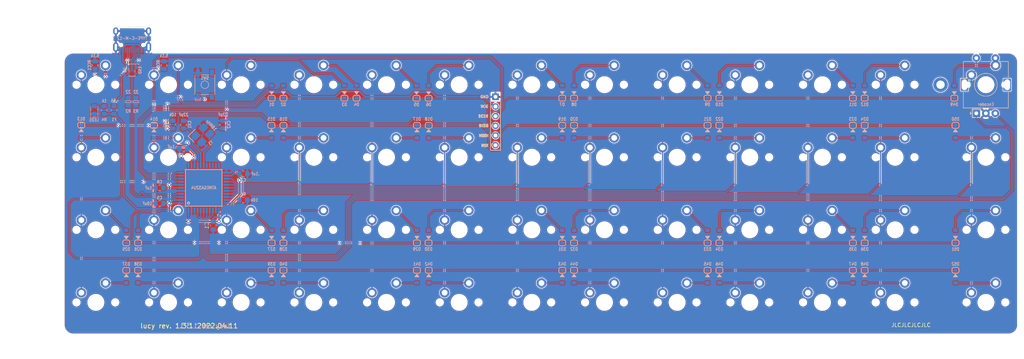
<source format=kicad_pcb>
(kicad_pcb (version 20211014) (generator pcbnew)
  (layers (0 "F.Cu" signal) (31 "B.Cu" signal) (34 "B.Paste" user) (35 "F.Paste" user) (36 "B.SilkS" user "B.Silkscreen") (37 "F.SilkS" user "F.Silkscreen") (38 "B.Mask" user) (39 "F.Mask" user) (44 "Edge.Cuts" user))
  (net 0 "")
  (net 1 "Net-(D1-Pad2)")
  (net 2 "Net-(D2-Pad2)")
  (net 3 "Net-(D3-Pad2)")
  (net 4 "Net-(D4-Pad2)")
  (net 5 "Net-(D5-Pad2)")
  (net 6 "Net-(D6-Pad2)")
  (net 7 "Net-(D7-Pad2)")
  (net 8 "Net-(D8-Pad2)")
  (net 9 "Net-(D9-Pad2)")
  (net 10 "Net-(D10-Pad2)")
  (net 11 "Net-(D11-Pad2)")
  (net 12 "Net-(D12-Pad2)")
  (net 13 "Net-(D13-Pad2)")
  (net 14 "Net-(D14-Pad2)")
  (net 15 "Net-(D15-Pad2)")
  (net 16 "Net-(D16-Pad2)")
  (net 17 "Net-(D17-Pad2)")
  (net 18 "Net-(D18-Pad2)")
  (net 19 "Net-(D19-Pad2)")
  (net 20 "Net-(D20-Pad2)")
  (net 21 "Net-(D21-Pad2)")
  (net 22 "Net-(D22-Pad2)")
  (net 23 "Net-(D23-Pad2)")
  (net 24 "Net-(D24-Pad2)")
  (net 25 "Net-(D25-Pad2)")
  (net 26 "Net-(D26-Pad2)")
  (net 27 "Net-(D27-Pad2)")
  (net 28 "Net-(D28-Pad2)")
  (net 29 "Net-(D29-Pad2)")
  (net 30 "Net-(D30-Pad2)")
  (net 31 "Net-(D31-Pad2)")
  (net 32 "Net-(D32-Pad2)")
  (net 33 "Net-(D33-Pad2)")
  (net 34 "Net-(D34-Pad2)")
  (net 35 "Net-(D35-Pad2)")
  (net 36 "Net-(D36-Pad2)")
  (net 37 "Net-(D37-Pad2)")
  (net 38 "Net-(D38-Pad2)")
  (net 39 "Net-(D39-Pad2)")
  (net 40 "Net-(D40-Pad2)")
  (net 41 "Net-(D41-Pad2)")
  (net 42 "Net-(D42-Pad2)")
  (net 43 "Net-(D43-Pad2)")
  (net 44 "Net-(D44-Pad2)")
  (net 45 "Net-(D45-Pad2)")
  (net 46 "Net-(D46-Pad2)")
  (net 47 "Net-(D47-Pad2)")
  (net 48 "Net-(D48-Pad2)")
  (net 49 "VCC")
  (net 50 "Net-(C6-Pad1)")
  (net 51 "XTAL1")
  (net 52 "XTAL2")
  (net 53 "row0")
  (net 54 "row1")
  (net 55 "row2")
  (net 56 "row3")
  (net 57 "D-")
  (net 58 "D+")
  (net 59 "col0")
  (net 60 "col1")
  (net 61 "col2")
  (net 62 "col3")
  (net 63 "col4")
  (net 64 "col5")
  (net 65 "col6")
  (net 66 "col7")
  (net 67 "col8")
  (net 68 "col9")
  (net 69 "col10")
  (net 70 "col11")
  (net 71 "Net-(R1-Pad2)")
  (net 72 "VBUS")
  (net 73 "Net-(J1-PadB5)")
  (net 74 "Net-(J1-PadA5)")
  (net 75 "ISP_Reset")
  (net 76 "Net-(D52-Pad2)")
  (net 77 "col12")
  (net 78 "GND")
  (net 79 "Net-(LED1-Pad2)")
  (net 80 "DBUS-")
  (net 81 "DBUS+")
  (net 82 "enc0a")
  (net 83 "enc0b")
  (net 84 "Net-(D49-Pad2)")
  (net 85 "Net-(D50-Pad2)")
  (net 86 "Net-(D51-Pad2)")
  (footprint "Keeb_footprints:MX100" (layer "F.Cu") (at 124.990225 53.19395 180)
    (fp_text reference "K3")
    (fp_text value "KEYSW")
  )
  (footprint "Keeb_footprints:MX100" (layer "F.Cu") (at 201.190225 53.19395 180)
    (fp_text reference "K7")
    (fp_text value "KEYSW")
  )
  (footprint "Keeb_footprints:MX100" (layer "F.Cu") (at 182.140225 53.19395 180)
    (fp_text reference "K6")
    (fp_text value "KEYSW")
  )
  (footprint "Keeb_footprints:MX100" (layer "F.Cu") (at 163.090225 53.19395 180)
    (fp_text reference "K5")
    (fp_text value "KEYSW")
  )
  (footprint "Keeb_footprints:MX100" (layer "F.Cu") (at 86.890225 53.19395 180)
    (fp_text reference "K1")
    (fp_text value "KEYSW")
  )
  (footprint "Keeb_footprints:MX100" (layer "F.Cu") (at 220.240225 53.19395 180)
    (fp_text reference "K8")
    (fp_text value "KEYSW")
  )
  (footprint "Keeb_footprints:MX100" (layer "F.Cu") (at 239.290225 53.19395 180)
    (fp_text reference "K9")
    (fp_text value "KEYSW")
  )
  (footprint "Keeb_footprints:MX100" (layer "F.Cu") (at 86.890225 72.24395 180)
    (fp_text reference "K13")
    (fp_text value "KEYSW")
  )
  (footprint "Keeb_footprints:MX100" (layer "F.Cu") (at 105.940225 72.24395 180)
    (fp_text reference "K14")
    (fp_text value "KEYSW")
  )
  (footprint "Keeb_footprints:MX100" (layer "F.Cu") (at 144.045399 72.24395 180)
    (fp_text reference "K16")
    (fp_text value "KEYSW")
  )
  (footprint "Keeb_footprints:MX100" (layer "F.Cu") (at 277.390225 53.19395 180)
    (fp_text reference "K11")
    (fp_text value "KEYSW")
  )
  (footprint "Keeb_footprints:MX100" (layer "F.Cu") (at 163.090225 72.24395 180)
    (fp_text reference "K17")
    (fp_text value "KEYSW")
  )
  (footprint "Keeb_footprints:MX100" (layer "F.Cu") (at 182.140225 72.24395 180)
    (fp_text reference "K18")
    (fp_text value "KEYSW")
  )
  (footprint "Keeb_footprints:MX100" (layer "F.Cu") (at 201.190225 72.24395 180)
    (fp_text reference "K19")
    (fp_text value "KEYSW")
  )
  (footprint "Keeb_footprints:MX100" (layer "F.Cu") (at 105.940225 110.34395 180)
    (fp_text reference "K38")
    (fp_text value "KEYSW")
  )
  (footprint "Keeb_footprints:MX100" (layer "F.Cu") (at 124.990225 110.34395 180)
    (fp_text reference "K39")
    (fp_text value "KEYSW")
  )
  (footprint "Keeb_footprints:MX100" (layer "F.Cu") (at 144.040225 110.34395 180)
    (fp_text reference "K40")
    (fp_text value "KEYSW")
  )
  (footprint "Keeb_footprints:MX100" (layer "F.Cu") (at 163.090225 110.34395 180)
    (fp_text reference "K41")
    (fp_text value "KEYSW")
  )
  (footprint "Keeb_footprints:MX100" (layer "F.Cu") (at 182.140225 110.34395 180)
    (fp_text reference "K42")
    (fp_text value "KEYSW")
  )
  (footprint "Keeb_footprints:MX100" (layer "F.Cu") (at 220.240225 110.34395 180)
    (fp_text reference "K44")
    (fp_text value "KEYSW")
  )
  (footprint "Keeb_footprints:MX100" (layer "F.Cu") (at 239.290225 110.34395 180)
    (fp_text reference "K45")
    (fp_text value "KEYSW")
  )
  (footprint "Keeb_footprints:MX100" (layer "F.Cu") (at 258.340225 110.34395 180)
    (fp_text reference "K46")
    (fp_text value "KEYSW")
  )
  (footprint "Keeb_footprints:MX100" (layer "F.Cu") (at 277.390225 110.34395 180)
    (fp_text reference "K47")
    (fp_text value "KEYSW")
  )
  (footprint "Keeb_footprints:MX100" (layer "F.Cu") (at 201.190225 110.34395 180)
    (fp_text reference "K43")
    (fp_text value "KEYSW")
  )
  (footprint "Keeb_footprints:MX100" (layer "F.Cu") (at 277.390225 91.29395 180)
    (fp_text reference "K35")
    (fp_text value "KEYSW")
  )
  (footprint "Keeb_footprints:MX100" (layer "F.Cu") (at 258.340225 91.29395 180)
    (fp_text reference "K34")
    (fp_text value "KEYSW")
  )
  (footprint "Keeb_footprints:MX100" (layer "F.Cu") (at 220.240225 91.29395 180)
    (fp_text reference "K32")
    (fp_text value "KEYSW")
  )
  (footprint "Keeb_footprints:MX100" (layer "F.Cu") (at 182.140225 91.29395 180)
    (fp_text reference "K30")
    (fp_text value "KEYSW")
  )
  (footprint "Keeb_footprints:MX100" (layer "F.Cu") (at 144.040225 91.29395 180)
    (fp_text reference "K28")
    (fp_text value "KEYSW")
  )
  (footprint "Keeb_footprints:MX100" (layer "F.Cu") (at 86.890225 91.29395 180)
    (fp_text reference "K25")
    (fp_text value "KEYSW")
  )
  (footprint "Keeb_footprints:MX100" (layer "F.Cu") (at 163.090225 91.29395 180)
    (fp_text reference "K29")
    (fp_text value "KEYSW")
  )
  (footprint "Keeb_footprints:MX100" (layer "F.Cu") (at 296.440225 72.24395 180)
    (fp_text reference "K24")
    (fp_text value "KEYSW")
  )
  (footprint "Keeb_footprints:MX100" (layer "F.Cu") (at 124.990225 91.29395 180)
    (fp_text reference "K27")
    (fp_text value "KEYSW")
  )
  (footprint "Keeb_footprints:MX100" (layer "F.Cu") (at 105.940225 91.29395 180)
    (fp_text reference "K26")
    (fp_text value "KEYSW")
  )
  (footprint "Keeb_footprints:MX100" (layer "F.Cu") (at 258.340225 72.24395 180)
    (fp_text reference "K22")
    (fp_text value "KEYSW")
  )
  (footprint "Keeb_footprints:MX100" (layer "F.Cu") (at 239.290225 72.24395 180)
    (fp_text reference "K21")
    (fp_text value "KEYSW")
  )
  (footprint "Keeb_footprints:MX100" (layer "F.Cu") (at 277.390225 72.24395 180)
    (fp_text reference "K23")
    (fp_text value "KEYSW")
  )
  (footprint "Keeb_footprints:MX100" (layer "F.Cu") (at 296.440225 110.34395 180)
    (fp_text reference "K48")
    (fp_text value "KEYSW")
  )
  (footprint "Keeb_footprints:MX100" (layer "F.Cu") (at 296.440225 91.29395 180)
    (fp_text reference "K36")
    (fp_text value "KEYSW")
  )
  (footprint "Keeb_footprints:MX100" (layer "F.Cu") (at 320.252725 53.19395 180)
    (fp_text reference "K49")
    (fp_text value "KEYSW")
  )
  (footprint "Keeb_footprints:MX100" (layer "F.Cu") (at 296.440225 53.19395 180)
    (fp_text reference "K12")
    (fp_text value "KEYSW")
  )
  (footprint "Keebio-Parts:RotaryEncoder_EC11" (layer "F.Cu") (at 320.252725 53.19395 90)
    (fp_text reference "SW2")
    (fp_text value "Rotary_Encoder_Switch")
  )
  (footprint "Keeb_footprints:MX100" (layer "F.Cu") (at 105.940225 53.19395 180)
    (fp_text reference "K2")
    (fp_text value "KEYSW")
  )
  (footprint "Keeb_footprints:MX100" (layer "F.Cu") (at 144.040225 53.19395 180)
    (fp_text reference "K4")
    (fp_text value "KEYSW")
  )
  (footprint "Keeb_footprints:MX100" (layer "F.Cu") (at 320.252785 110.34423 180)
    (fp_text reference "K52")
    (fp_text value "KEYSW")
  )
  (footprint "Keeb_footprints:MX100" (layer "F.Cu") (at 320.252785 72.24407 180)
    (fp_text reference "K50")
    (fp_text value "KEYSW")
  )
  (footprint "Keeb_footprints:MX100" (layer "F.Cu") (at 320.252785 91.29415 180)
    (fp_text reference "K51")
    (fp_text value "KEYSW")
  )
  (footprint "Keeb_footprints:MX100" (layer "F.Cu") (at 201.190225 91.29395 180)
    (fp_text reference "K31")
    (fp_text value "KEYSW")
  )
  (footprint "Keeb_footprints:MX100" (layer "F.Cu") (at 239.290225 91.29395 180)
    (fp_text reference "K33")
    (fp_text value "KEYSW")
  )
  (footprint "Keeb_footprints:MX100" (layer "F.Cu") (at 86.890225 110.34395 180)
    (fp_text reference "K37")
    (fp_text value "KEYSW")
  )
  (footprint "Keeb_footprints:MX100" (layer "F.Cu") (at 258.340225 53.19395 180)
    (fp_text reference "K10")
    (fp_text value "KEYSW")
  )
  (footprint "Keeb_footprints:MX100" (layer "F.Cu") (at 124.990225 72.24395 180)
    (fp_text reference "K15")
    (fp_text value "KEYSW")
  )
  (footprint "Keeb_footprints:MX100" (layer "F.Cu") (at 220.240225 72.24395 180)
    (fp_text reference "K20")
    (fp_text value "KEYSW")
  )
  (footprint "MountingHole:MountingHole_2.2mm_M2_DIN965_Pad" (layer "F.Cu") (at 308.372069 53.181258)
    (fp_text reference "H1")
    (fp_text value "MountingHole")
  )
  (footprint "Capacitor_SMD:C_0805_2012Metric_Pad1.18x1.45mm_HandSolder" (layer "B.Cu") (at 117.690625 90.15625 -90)
    (fp_text reference "C1")
    (fp_text value ".1uF")
  )
  (footprint "Keeb_footprints:D_SOD-123_modified" (layer "B.Cu") (at 97.990625 93.05625 90)
    (fp_text reference "D26")
    (fp_text value "D")
  )
  (footprint "Keeb_footprints:D_SOD-123_modified" (layer "B.Cu") (at 209.190625 65.50625 -90)
    (fp_text reference "D19")
    (fp_text value "D")
  )
  (footprint "Keeb_footprints:D_SOD-123_modified" (layer "B.Cu") (at 171.090625 65.50625 -90)
    (fp_text reference "D17")
    (fp_text value "D")
  )
  (footprint "Keeb_footprints:D_SOD-123_modified" (layer "B.Cu") (at 136.090625 65.50625 -90)
    (fp_text reference "D16")
    (fp_text value "D")
  )
  (footprint "Keeb_footprints:D_SOD-123_modified" (layer "B.Cu") (at 102.140625 65.50625 -90)
    (fp_text reference "D14")
    (fp_text value "D")
  )
  (footprint "Keeb_footprints:D_SOD-123_modified" (layer "B.Cu") (at 285.390625 55.05625 90)
    (fp_text reference "D11")
    (fp_text value "D")
  )
  (footprint "Keeb_footprints:D_SOD-123_modified" (layer "B.Cu") (at 250.390625 55.05625 90)
    (fp_text reference "D10")
    (fp_text value "D")
  )
  (footprint "Keeb_footprints:D_SOD-123_modified" (layer "B.Cu") (at 212.290625 55.05625 90)
    (fp_text reference "D8")
    (fp_text value "D")
  )
  (footprint "Keeb_footprints:D_SOD-123_modified" (layer "B.Cu") (at 209.190625 55.05625 90)
    (fp_text reference "D7")
    (fp_text value "D")
  )
  (footprint "Keeb_footprints:D_SOD-123_modified" (layer "B.Cu") (at 174.160999 55.083377 90)
    (fp_text reference "D6")
    (fp_text value "D")
  )
  (footprint "Keeb_footprints:D_SOD-123_modified" (layer "B.Cu") (at 170.985999 55.083377 90)
    (fp_text reference "D5")
    (fp_text value "D")
  )
  (footprint "Keeb_footprints:D_SOD-123_modified" (layer "B.Cu") (at 155.260999 55.05625 90)
    (fp_text reference "D4")
    (fp_text value "D")
  )
  (footprint "Keeb_footprints:D_SOD-123_modified" (layer "B.Cu") (at 288.490625 103.55625 -90)
    (fp_text reference "D48")
    (fp_text value "D")
  )
  (footprint "Keeb_footprints:D_SOD-123_modified" (layer "B.Cu") (at 285.390625 103.55625 -90)
    (fp_text reference "D47")
    (fp_text value "D")
  )
  (footprint "Keeb_footprints:D_SOD-123_modified" (layer "B.Cu") (at 250.390625 103.55625 -90)
    (fp_text reference "D46")
    (fp_text value "D")
  )
  (footprint "Keeb_footprints:D_SOD-123_modified" (layer "B.Cu") (at 247.290625 103.549377 -90)
    (fp_text reference "D45")
    (fp_text value "D")
  )
  (footprint "Keeb_footprints:D_SOD-123_modified" (layer "B.Cu") (at 212.283999 103.549377 -90)
    (fp_text reference "D44")
    (fp_text value "D")
  )
  (footprint "Keeb_footprints:D_SOD-123_modified" (layer "B.Cu") (at 209.2 103.549377 -90)
    (fp_text reference "D43")
    (fp_text value "D")
  )
  (footprint "Keeb_footprints:D_SOD-123_modified" (layer "B.Cu") (at 212.290625 93.05625 90)
    (fp_text reference "D32")
    (fp_text value "D")
  )
  (footprint "Keeb_footprints:D_SOD-123_modified" (layer "B.Cu") (at 285.390625 65.50625 -90)
    (fp_text reference "D23")
    (fp_text value "D")
  )
  (footprint "Keeb_footprints:D_SOD-123_modified" (layer "B.Cu") (at 209.190625 93.05625 90)
    (fp_text reference "D31")
    (fp_text value "D")
  )
  (footprint "Keeb_footprints:D_SOD-123_modified" (layer "B.Cu") (at 171.085999 93.05625 90)
    (fp_text reference "D29")
    (fp_text value "D")
  )
  (footprint "Keeb_footprints:D_SOD-123_modified" (layer "B.Cu") (at 132.990625 93.05625 90)
    (fp_text reference "D27")
    (fp_text value "D")
  )
  (footprint "Keeb_footprints:D_SOD-123_modified" (layer "B.Cu") (at 288.490625 65.50625 -90)
    (fp_text reference "D24")
    (fp_text value "D")
  )
  (footprint "Keeb_footprints:D_SOD-123_modified" (layer "B.Cu") (at 285.390625 93.05625 90)
    (fp_text reference "D35")
    (fp_text value "D")
  )
  (footprint "Keeb_footprints:D_SOD-123_modified" (layer "B.Cu") (at 250.390625 93.05625 90)
    (fp_text reference "D34")
    (fp_text value "D")
  )
  (footprint "Keeb_footprints:D_SOD-123_modified" (layer "B.Cu") (at 247.290625 93.05625 90)
    (fp_text reference "D33")
    (fp_text value "D")
  )
  (footprint "Keeb_footprints:D_SOD-123_modified" (layer "B.Cu") (at 174.190625 103.55625 -90)
    (fp_text reference "D42")
    (fp_text value "D")
  )
  (footprint "Keeb_footprints:D_SOD-123_modified" (layer "B.Cu") (at 152.085999 55.05625 90)
    (fp_text reference "D3")
    (fp_text value "D")
  )
  (footprint "Keeb_footprints:D_SOD-123_modified" (layer "B.Cu") (at 212.290625 65.50625 -90)
    (fp_text reference "D20")
    (fp_text value "D")
  )
  (footprint "Keeb_footprints:ICSP-Header" (layer "B.Cu") (at 191.690721 56.356266 180)
    (fp_text reference "J2" hide)
    (fp_text value "AVR-ISP-6_mod")
  )
  (footprint "Keeb_footprints:D_SOD-123_modified" (layer "B.Cu") (at 288.490625 55.05625 90)
    (fp_text reference "D12")
    (fp_text value "D")
  )
  (footprint "Keeb_footprints:D_SOD-123_modified" (layer "B.Cu") (at 312.290625 103.55625 -90)
    (fp_text reference "D52")
    (fp_text value "D")
  )
  (footprint "Keeb_footprints:D_SOD-123_modified" (layer "B.Cu") (at 312.290625 65.50625 -90)
    (fp_text reference "D50")
    (fp_text value "D")
  )
  (footprint "Keeb_footprints:D_SOD-123_modified" (layer "B.Cu") (at 312.290625 93.05625 90)
    (fp_text reference "D51")
    (fp_text value "D")
  )
  (footprint "random-keyboard-parts:SKQG-1155865" (layer "B.Cu") (at 115.490785 53.18129 90)
    (fp_text reference "SW1")
    (fp_text value "SW_PUSH")
  )
  (footprint "Keebio-Parts:ATMEGA32U4-AU" (layer "B.Cu") (at 115.190625 80.25625)
    (fp_text reference "U1")
    (fp_text value "ATMEGA32U4")
  )
  (footprint "Capacitor_SMD:C_0805_2012Metric_Pad1.15x1.40mm_HandSolder" (layer "B.Cu") (at 109.890625 69.95625 180)
    (fp_text reference "C3")
    (fp_text value ".1uF")
  )
  (footprint "Capacitor_SMD:C_0805_2012Metric_Pad1.15x1.40mm_HandSolder" (layer "B.Cu") (at 120.190625 63.65625 90)
    (fp_text reference "CX2")
    (fp_text value "22pF")
  )
  (footprint "Capacitor_SMD:C_0805_2012Metric_Pad1.15x1.40mm_HandSolder" (layer "B.Cu") (at 109.890625 63.65625 90)
    (fp_text reference "CX1")
    (fp_text value "22pF")
  )
  (footprint "Crystal:Crystal_SMD_3225-4Pin_3.2x2.5mm_HandSoldering" (layer "B.Cu") (at 114.890625 66.35625 45)
    (fp_text reference "Y1")
    (fp_text value "16MHz")
  )
  (footprint "Fuse:Fuse_0805_2012Metric_Pad1.15x1.40mm_HandSolder" (layer "B.Cu") (at 91.690625 59.85625 90)
    (fp_text reference "F1")
    (fp_text value ".5A")
  )
  (footprint "Keeb_footprints:TYPE-C-31-M-12" (layer "B.Cu") (at 96.439825 44.802185)
    (fp_text reference "J1")
    (fp_text value "TYPE-C-31-M12_13")
  )
  (footprint "Resistor_SMD:R_0805_2012Metric_Pad1.15x1.40mm_HandSolder" (layer "B.Cu") (at 97.390625 57.642186 90)
    (fp_text reference "R3")
    (fp_text value "22")
  )
  (footprint "Resistor_SMD:R_0805_2012Metric_Pad1.15x1.40mm_HandSolder" (layer "B.Cu") (at 86.690625 48.05 -90)
    (fp_text reference "RCC1")
    (fp_text value "5.1k")
  )
  (footprint "Resistor_SMD:R_0805_2012Metric_Pad1.15x1.40mm_HandSolder" (layer "B.Cu") (at 89.090625 59.85625 -90)
    (fp_text reference "R4")
    (fp_text value "1k")
  )
  (footprint "LED_SMD:LED_0805_2012Metric_Pad1.15x1.40mm_HandSolder" (layer "B.Cu") (at 86.490625 59.85 90)
    (fp_text reference "LED1")
    (fp_text value "LED")
  )
  (footprint "Keeb_footprints:D_SOD-123_modified" (layer "B.Cu") (at 136.090625 103.549377 -90)
    (fp_text reference "D40")
    (fp_text value "D")
  )
  (footprint "Keeb_footprints:D_SOD-123_modified" (layer "B.Cu") (at 132.990625 103.55625 -90)
    (fp_text reference "D39")
    (fp_text value "D")
  )
  (footprint "Capacitor_SMD:C_0805_2012Metric_Pad1.15x1.40mm_HandSolder" (layer "B.Cu") (at 125.590625 76.55625)
    (fp_text reference "C2")
    (fp_text value ".1uF")
  )
  (footprint "Resistor_SMD:R_0805_2012Metric_Pad1.15x1.40mm_HandSolder" (layer "B.Cu") (at 95.390625 57.642186 90)
    (fp_text reference "R2")
    (fp_text value "22")
  )
  (footprint "Capacitor_SMD:C_0805_2012Metric_Pad1.15x1.40mm_HandSolder" (layer "B.Cu") (at 103.590625 84.35625 180)
    (fp_text reference "C5")
    (fp_text value "10uF")
  )
  (footprint "Capacitor_SMD:C_0805_2012Metric_Pad1.15x1.40mm_HandSolder" (layer "B.Cu") (at 103.590625 80.25625 180)
    (fp_text reference "C6")
    (fp_text value "1uF")
  )
  (footprint "Resistor_SMD:R_0805_2012Metric_Pad1.15x1.40mm_HandSolder" (layer "B.Cu") (at 125.590625 83.45625 180)
    (fp_text reference "R1")
    (fp_text value "10k")
  )
  (footprint "Keeb_footprints:D_SOD-123_modified" (layer "B.Cu") (at 83.090625 65.45625 -90)
    (fp_text reference "D13")
    (fp_text value "D")
  )
  (footprint "Keeb_footprints:D_SOD-123_modified" (layer "B.Cu") (at 94.890625 103.55625 -90)
    (fp_text reference "D37")
    (fp_text value "D")
  )
  (footprint "Keeb_footprints:D_SOD-123_modified" (layer "B.Cu") (at 97.990625 103.55625 -90)
    (fp_text reference "D38")
    (fp_text value "D")
  )
  (footprint "Keeb_footprints:D_SOD-123_modified" (layer "B.Cu") (at 171.090625 103.55625 -90)
    (fp_text reference "D41")
    (fp_text value "D")
  )
  (footprint "Keeb_footprints:D_SOD-123_modified" (layer "B.Cu") (at 136.090625 93.05625 90)
    (fp_text reference "D28")
    (fp_text value "D")
  )
  (footprint "Keeb_footprints:D_SOD-123_modified" (layer "B.Cu") (at 174.15 93.05625 90)
    (fp_text reference "D30")
    (fp_text value "D")
  )
  (footprint "Keeb_footprints:D_SOD-123_modified" (layer "B.Cu") (at 288.490625 93.05625 90)
    (fp_text reference "D36")
    (fp_text value "D")
  )
  (footprint "Keeb_footprints:D_SOD-123_modified" (layer "B.Cu") (at 94.890625 93.05625 90)
    (fp_text reference "D25")
    (fp_text value "D")
  )
  (footprint "Keeb_footprints:D_SOD-123_modified" (layer "B.Cu") (at 136.090625 55.05625 90)
    (fp_text reference "D2")
    (fp_text value "D")
  )
  (footprint "Keeb_footprints:D_SOD-123_modified" (layer "B.Cu") (at 311.990625 55.05625 90)
    (fp_text reference "D49")
    (fp_text value "D")
  )
  (footprint "Keeb_footprints:D_SOD-123_modified" (layer "B.Cu") (at 247.290625 55.05625 90)
    (fp_text reference "D9")
    (fp_text value "D")
  )
  (footprint "Keeb_footprints:D_SOD-123_modified" (layer "B.Cu") (at 132.999835 55.04995 90)
    (fp_text reference "D1")
    (fp_text value "D")
  )
  (footprint "Resistor_SMD:R_0805_2012Metric_Pad1.15x1.40mm_HandSolder" (layer "B.Cu") (at 107.090625 63.65625 -90)
    (fp_text reference "RSW1")
    (fp_text value "10k")
  )
  (footprint "Keeb_footprints:D_SOD-123_modified" (layer "B.Cu") (at 250.390625 65.50625 -90)
    (fp_text reference "D22")
    (fp_text value "D")
  )
  (footprint "Keeb_footprints:D_SOD-123_modified" (layer "B.Cu") (at 247.290625 65.50625 -90)
    (fp_text reference "D21")
    (fp_text value "D")
  )
  (footprint "Keeb_footprints:D_SOD-123_modified" (layer "B.Cu") (at 174.190625 65.50625 -90)
    (fp_text reference "D18")
    (fp_text value "D")
  )
  (footprint "Keeb_footprints:D_SOD-123_modified" (layer "B.Cu") (at 132.940625 65.50625 -90)
    (fp_text reference "D15")
    (fp_text value "D")
  )
  (footprint "Resistor_SMD:R_0805_2012Metric_Pad1.15x1.40mm_HandSolder" (layer "B.Cu") (at 104.790625 48.05625 -90)
    (fp_text reference "RCC2")
    (fp_text value "5.1k")
  )
  (footprint "Keebio-Parts:SOT-143B" (layer "B.Cu") (at 96.390625 49.35625 -90)
    (fp_text reference "U2")
    (fp_text value "PRTR5V0U2X" hide)
  )
  (gr_line (start 78.580295 116.28468) (end 78.580295 47.22814) (layer "Edge.Cuts") (width 0.05))
  (gr_arc (start 328.612595 116.28468) (mid 327.91514 117.968485) (end 326.231335 118.66594) (layer "Edge.Cuts") (width 0.05))
  (gr_arc (start 78.580295 47.22814) (mid 79.27775 45.544335) (end 80.961555 44.84688) (layer "Edge.Cuts") (width 0.05))
  (gr_line (start 328.612595 47.22814) (end 328.612595 116.28468) (layer "Edge.Cuts") (width 0.05))
  (gr_line (start 326.231335 118.66594) (end 80.961555 118.66594) (layer "Edge.Cuts") (width 0.05))
  (gr_line (start 80.961555 44.84688) (end 90.785145 44.846874) (layer "Edge.Cuts") (width 0.05))
  (gr_line (start 102.096073 44.846874) (end 326.231335 44.84688) (layer "Edge.Cuts") (width 0.05))
  (gr_arc (start 102.096073 44.846874) (mid 101.675124 44.672511) (end 101.500761 44.251562) (layer "Edge.Cuts") (width 0.05))
  (gr_line (start 91.380457 38.596098) (end 91.380457 44.251562) (layer "Edge.Cuts") (width 0.05))
  (gr_arc (start 91.380457 38.596098) (mid 91.55482 38.175149) (end 91.975769 38.000786) (layer "Edge.Cuts") (width 0.05))
  (gr_arc (start 326.231335 44.84688) (mid 327.91514 45.544335) (end 328.612595 47.22814) (layer "Edge.Cuts") (width 0.05))
  (gr_arc (start 91.380457 44.251562) (mid 91.206094 44.672511) (end 90.785145 44.846874) (layer "Edge.Cuts") (width 0.05))
  (gr_arc (start 80.961555 118.66594) (mid 79.27775 117.968485) (end 78.580295 116.28468) (layer "Edge.Cuts") (width 0.05))
  (gr_line (start 100.905449 38.000786) (end 91.975769 38.000786) (layer "Edge.Cuts") (width 0.05))
  (gr_arc (start 100.905449 38.000786) (mid 101.326398 38.175149) (end 101.500761 38.596098) (layer "Edge.Cuts") (width 0.05))
  (gr_line (start 101.500761 38.596098) (end 101.500761 44.251562) (layer "Edge.Cuts") (width 0.05))
  (gr_text "16MHz" (at 117.190625 63.85625 315) (layer "B.SilkS") (effects (font (size 0.8 0.7)) (justify mirror)))
  (gr_text "Encoder" (at 320.27947 58.34087) (layer "B.SilkS") (effects (font (size 0.8 0.7)) (justify mirror)))
  (gr_text "lucy rev 1.3.1" (at 115.48288 116.5) (layer "B.SilkS") (effects (font (size 1.25 1.25) (thickness 0.2)) (justify mirror)))
  (gr_text "JLCJLCJLCJLC" (at 300.632625 116.284314) (layer "F.SilkS") (effects (font (size 1 1))))
  (gr_text "lucy rev. 1.3.1 2022.04.11" (at 111.38288 116.5) (layer "F.SilkS") (effects (font (size 1.25 1.25) (thickness 0.2))))
  (segment (start 104.590625 57.65625) (end 105.890625 56.35625) (width 0.25) (layer "F.Cu") (net 1))
  (segment (start 90.290625 57.65625) (end 104.590625 57.65625) (width 0.25) (layer "F.Cu") (net 1))
  (segment (start 89.490625 56.85625) (end 90.290625 57.65625) (width 0.25) (layer "F.Cu") (net 1))
  (segment (start 105.890625 56.35625) (end 109.090625 56.35625) (width 0.25) (layer "F.Cu") (net 1))
  (segment (start 89.490625 51.05625) (end 89.490625 56.85625) (width 0.25) (layer "F.Cu") (net 1))
  (via (at 109.090625 56.35625) (size 0.65) (drill 0.35) (layers "F.Cu" "B.Cu") (net 1))
  (via (at 89.490625 51.05625) (size 0.65) (drill 0.35) (layers "F.Cu" "B.Cu") (net 1))
  (segment (start 132.078555 54.32123) (end 132.999835 53.39995) (width 0.25) (layer "B.Cu") (net 1))
  (segment (start 89.455625 48.10125) (end 89.455625 51.02125) (width 0.25) (layer "B.Cu") (net 1))
  (segment (start 109.090625 56.95625) (end 109.890625 57.75625) (width 0.25) (layer "B.Cu") (net 1))
  (segment (start 89.455625 51.02125) (end 89.490625 51.05625) (width 0.25) (layer "B.Cu") (net 1))
  (segment (start 131.644749 54.32123) (end 132.078555 54.32123) (width 0.25) (layer "B.Cu") (net 1))
  (segment (start 109.890625 57.75625) (end 128.209729 57.75625) (width 0.25) (layer "B.Cu") (net 1))
  (segment (start 109.090625 56.35625) (end 109.090625 56.95625) (width 0.25) (layer "B.Cu") (net 1))
  (segment (start 128.209729 57.75625) (end 131.644749 54.32123) (width 0.25) (layer "B.Cu") (net 1))
  (segment (start 136.090625 53.40625) (end 134.795635 54.70124) (width 0.25) (layer "B.Cu") (net 2))
  (segment (start 128.367134 58.136259) (end 109.73322 58.13626) (width 0.25) (layer "B.Cu") (net 2))
  (segment (start 108.505625 56.908665) (end 108.505625 56.67125) (width 0.25) (layer "B.Cu") (net 2))
  (segment (start 108.505625 56.67125) (end 108.505625 48.10125) (width 0.25) (layer "B.Cu") (net 2))
  (segment (start 131.802154 54.70124) (end 128.367134 58.136259) (width 0.25) (layer "B.Cu") (net 2))
  (segment (start 134.795635 54.70124) (end 131.802154 54.70124) (width 0.25) (layer "B.Cu") (net 2))
  (segment (start 109.73322 58.13626) (end 108.505625 56.908665) (width 0.25) (layer "B.Cu") (net 2))
  (segment (start 140.150645 46.61627) (end 129.040605 46.61627) (width 0.25) (layer "B.Cu") (net 3))
  (segment (start 143.790625 50.25625) (end 140.150645 46.61627) (width 0.25) (layer "B.Cu") (net 3))
  (segment (start 152.085999 53.40625) (end 148.935999 50.25625) (width 0.25) (layer "B.Cu") (net 3))
  (segment (start 129.040605 46.61627) (end 127.555625 48.10125) (width 0.25) (layer "B.Cu") (net 3))
  (segment (start 148.935999 50.25625) (end 143.790625 50.25625) (width 0.25) (layer "B.Cu") (net 3))
  (segment (start 149.955999 48.10125) (end 155.260999 53.40625) (width 0.25) (layer "B.Cu") (net 4))
  (segment (start 146.605625 48.10125) (end 149.955999 48.10125) (width 0.25) (layer "B.Cu") (net 4))
  (segment (start 170.985999 53.433377) (end 165.655625 48.103003) (width 0.25) (layer "B.Cu") (net 5))
  (segment (start 165.655625 48.103003) (end 165.655625 48.10125) (width 0.25) (layer "B.Cu") (net 5))
  (segment (start 176.245625 48.10125) (end 184.705625 48.10125) (width 0.25) (layer "B.Cu") (net 6))
  (segment (start 174.160999 53.433377) (end 174.160999 50.185876) (width 0.25) (layer "B.Cu") (net 6))
  (segment (start 174.160999 50.185876) (end 176.245625 48.10125) (width 0.25) (layer "B.Cu") (net 6))
  (segment (start 209.190625 53.40625) (end 203.885625 48.10125) (width 0.25) (layer "B.Cu") (net 7))
  (segment (start 203.885625 48.10125) (end 203.755625 48.10125) (width 0.25) (layer "B.Cu") (net 7))
  (segment (start 214.045625 48.10125) (end 222.805625 48.10125) (width 0.25) (layer "B.Cu") (net 8))
  (segment (start 212.290625 49.85625) (end 214.045625 48.10125) (width 0.25) (layer "B.Cu") (net 8))
  (segment (start 212.290625 53.40625) (end 212.290625 49.85625) (width 0.25) (layer "B.Cu") (net 8))
  (segment (start 241.985625 48.10125) (end 241.855625 48.10125) (width 0.25) (layer "B.Cu") (net 9))
  (segment (start 247.290625 53.40625) (end 241.985625 48.10125) (width 0.25) (layer "B.Cu") (net 9))
  (segment (start 252.245625 48.10125) (end 260.905625 48.10125) (width 0.25) (layer "B.Cu") (net 10))
  (segment (start 250.390625 53.40625) (end 250.390625 49.95625) (width 0.25) (layer "B.Cu") (net 10))
  (segment (start 250.390625 49.95625) (end 252.245625 48.10125) (width 0.25) (layer "B.Cu") (net 10))
  (segment (start 285.390625 53.40625) (end 280.085625 48.10125) (width 0.25) (layer "B.Cu") (net 11))
  (segment (start 280.085625 48.10125) (end 279.955625 48.10125) (width 0.25) (layer "B.Cu") (net 11))
  (segment (start 299.005625 48.10125) (end 290.345625 48.10125) (width 0.25) (layer "B.Cu") (net 12))
  (segment (start 288.490625 53.40625) (end 288.490625 49.95625) (width 0.25) (layer "B.Cu") (net 12))
  (segment (start 288.490625 49.95625) (end 290.345625 48.10125) (width 0.25) (layer "B.Cu") (net 12))
  (segment (start 89.410625 67.10625) (end 89.455625 67.15125) (width 0.25) (layer "B.Cu") (net 13))
  (segment (start 83.090625 67.10625) (end 89.410625 67.10625) (width 0.25) (layer "B.Cu") (net 13))
  (segment (start 108.505625 67.15125) (end 102.145625 67.15125) (width 0.25) (layer "B.Cu") (net 14))
  (segment (start 102.145625 67.15125) (end 102.140625 67.15625) (width 0.25) (layer "B.Cu") (net 14))
  (segment (start 127.555625 67.15125) (end 132.935625 67.15125) (width 0.25) (layer "B.Cu") (net 15))
  (segment (start 132.935625 67.15125) (end 132.940625 67.15625) (width 0.25) (layer "B.Cu") (net 15))
  (segment (start 146.610799 67.15125) (end 136.095625 67.15125) (width 0.25) (layer "B.Cu") (net 16))
  (segment (start 136.095625 67.15125) (end 136.090625 67.15625) (width 0.25) (layer "B.Cu") (net 16))
  (segment (start 165.655625 67.15125) (end 171.085625 67.15125) (width 0.25) (layer "B.Cu") (net 17))
  (segment (start 171.085625 67.15125) (end 171.090625 67.15625) (width 0.25) (layer "B.Cu") (net 17))
  (segment (start 174.195625 67.15125) (end 174.190625 67.15625) (width 0.25) (layer "B.Cu") (net 18))
  (segment (start 184.705625 67.15125) (end 174.195625 67.15125) (width 0.25) (layer "B.Cu") (net 18))
  (segment (start 209.190625 67.15625) (end 203.760625 67.15625) (width 0.25) (layer "B.Cu") (net 19))
  (segment (start 203.760625 67.15625) (end 203.755625 67.15125) (width 0.25) (layer "B.Cu") (net 19))
  (segment (start 212.290625 67.15625) (end 222.800625 67.15625) (width 0.25) (layer "B.Cu") (net 20))
  (segment (start 222.800625 67.15625) (end 222.805625 67.15125) (width 0.25) (layer "B.Cu") (net 20))
  (segment (start 247.290625 67.15625) (end 241.860625 67.15625) (width 0.25) (layer "B.Cu") (net 21))
  (segment (start 241.860625 67.15625) (end 241.855625 67.15125) (width 0.25) (layer "B.Cu") (net 21))
  (segment (start 260.900625 67.15625) (end 260.905625 67.15125) (width 0.25) (layer "B.Cu") (net 22))
  (segment (start 250.390625 67.15625) (end 260.900625 67.15625) (width 0.25) (layer "B.Cu") (net 22))
  (segment (start 279.960625 67.15625) (end 279.955625 67.15125) (width 0.25) (layer "B.Cu") (net 23))
  (segment (start 285.390625 67.15625) (end 279.960625 67.15625) (width 0.25) (layer "B.Cu") (net 23))
  (segment (start 288.495625 67.15125) (end 288.490625 67.15625) (width 0.25) (layer "B.Cu") (net 24))
  (segment (start 299.005625 67.15125) (end 288.495625 67.15125) (width 0.25) (layer "B.Cu") (net 24))
  (segment (start 89.685625 86.20125) (end 89.455625 86.20125) (width 0.25) (layer "B.Cu") (net 25))
  (segment (start 94.890625 91.40625) (end 89.685625 86.20125) (width 0.25) (layer "B.Cu") (net 25))
  (segment (start 103.951519 86.20125) (end 103.57151 86.581259) (width 0.25) (layer "B.Cu") (net 26))
  (segment (start 108.505625 86.20125) (end 103.951519 86.20125) (width 0.25) (layer "B.Cu") (net 26))
  (segment (start 103.57151 86.581259) (end 98.690625 86.581259) (width 0.25) (layer "B.Cu") (net 26))
  (segment (start 98.690625 86.581259) (end 97.990625 87.281259) (width 0.25) (layer "B.Cu") (net 26))
  (segment (start 97.990625 87.281259) (end 97.990625 91.40625) (width 0.25) (layer "B.Cu") (net 26))
  (segment (start 127.785625 86.20125) (end 127.555625 86.20125) (width 0.25) (layer "B.Cu") (net 27))
  (segment (start 132.990625 91.40625) (end 127.785625 86.20125) (width 0.25) (layer "B.Cu") (net 27))
  (segment (start 137.145625 86.20125) (end 146.605625 86.20125) (width 0.25) (layer "B.Cu") (net 28))
  (segment (start 136.090625 91.40625) (end 136.090625 87.25625) (width 0.25) (layer "B.Cu") (net 28))
  (segment (start 136.090625 87.25625) (end 137.145625 86.20125) (width 0.25) (layer "B.Cu") (net 28))
  (segment (start 165.880999 86.20125) (end 165.655625 86.20125) (width 0.25) (layer "B.Cu") (net 29))
  (segment (start 171.085999 91.40625) (end 165.880999 86.20125) (width 0.25) (layer "B.Cu") (net 29))
  (segment (start 175.595625 86.20125) (end 176.045625 86.20125) (width 0.25) (layer "B.Cu") (net 30))
  (segment (start 174.15 87.646875) (end 175.595625 86.20125) (width 0.25) (layer "B.Cu") (net 30))
  (segment (start 184.705625 86.20125) (end 176.045625 86.20125) (width 0.25) (layer "B.Cu") (net 30))
  (segment (start 174.15 91.40625) (end 174.15 87.646875) (width 0.25) (layer "B.Cu") (net 30))
  (segment (start 203.985625 86.20125) (end 203.755625 86.20125) (width 0.25) (layer "B.Cu") (net 31))
  (segment (start 209.190625 91.40625) (end 203.985625 86.20125) (width 0.25) (layer "B.Cu") (net 31))
  (segment (start 213.795625 86.20125) (end 212.290625 87.70625) (width 0.25) (layer "B.Cu") (net 32))
  (segment (start 222.805625 86.20125) (end 213.795625 86.20125) (width 0.25) (layer "B.Cu") (net 32))
  (segment (start 212.290625 87.70625) (end 212.290625 91.40625) (width 0.25) (layer "B.Cu") (net 32))
  (segment (start 247.060625 91.40625) (end 247.290625 91.40625) (width 0.25) (layer "B.Cu") (net 33))
  (segment (start 241.855625 86.20125) (end 247.060625 91.40625) (width 0.25) (layer "B.Cu") (net 33))
  (segment (start 250.390625 86.95625) (end 250.390625 91.40625) (width 0.25) (layer "B.Cu") (net 34))
  (segment (start 251.145625 86.20125) (end 250.390625 86.95625) (width 0.25) (layer "B.Cu") (net 34))
  (segment (start 260.905625 86.20125) (end 251.145625 86.20125) (width 0.25) (layer "B.Cu") (net 34))
  (segment (start 279.955625 86.20125) (end 285.160625 91.40625) (width 0.25) (layer "B.Cu") (net 35))
  (segment (start 285.160625 91.40625) (end 285.390625 91.40625) (width 0.25) (layer "B.Cu") (net 35))
  (segment (start 299.005625 86.20125) (end 289.995625 86.20125) (width 0.25) (layer "B.Cu") (net 36))
  (segment (start 289.995625 86.20125) (end 288.490625 87.70625) (width 0.25) (layer "B.Cu") (net 36))
  (segment (start 288.490625 87.70625) (end 288.490625 91.40625) (width 0.25) (layer "B.Cu") (net 36))
  (segment (start 89.500625 105.20625) (end 89.455625 105.25125) (width 0.25) (layer "B.Cu") (net 37))
  (segment (start 94.890625 105.20625) (end 89.500625 105.20625) (width 0.25) (layer "B.Cu") (net 37))
  (segment (start 97.990625 105.20625) (end 108.460625 105.20625) (width 0.25) (layer "B.Cu") (net 38))
  (segment (start 108.460625 105.20625) (end 108.505625 105.25125) (width 0.25) (layer "B.Cu") (net 38))
  (segment (start 127.642498 105.25125) (end 127.555625 105.25125) (width 0.25) (layer "B.Cu") (net 39))
  (segment (start 127.600625 105.20625) (end 127.555625 105.25125) (width 0.25) (layer "B.Cu") (net 39))
  (segment (start 132.990625 105.20625) (end 127.600625 105.20625) (width 0.25) (layer "B.Cu") (net 39))
  (segment (start 136.090625 105.199377) (end 146.553752 105.199377) (width 0.25) (layer "B.Cu") (net 40))
  (segment (start 146.553752 105.199377) (end 146.605625 105.25125) (width 0.25) (layer "B.Cu") (net 40))
  (segment (start 171.090625 105.20625) (end 165.700625 105.20625) (width 0.25) (layer "B.Cu") (net 41))
  (segment (start 165.735625 105.25125) (end 165.655625 105.25125) (width 0.25) (layer "B.Cu") (net 41))
  (segment (start 165.700625 105.20625) (end 165.655625 105.25125) (width 0.25) (layer "B.Cu") (net 41))
  (segment (start 184.660625 105.20625) (end 184.705625 105.25125) (width 0.25) (layer "B.Cu") (net 42))
  (segment (start 174.190625 105.20625) (end 184.660625 105.20625) (width 0.25) (layer "B.Cu") (net 42))
  (segment (start 203.807498 105.199377) (end 203.755625 105.25125) (width 0.25) (layer "B.Cu") (net 43))
  (segment (start 209.2 105.199377) (end 203.807498 105.199377) (width 0.25) (layer "B.Cu") (net 43))
  (segment (start 212.283999 105.199377) (end 222.753752 105.199377) (width 0.25) (layer "B.Cu") (net 44))
  (segment (start 222.753752 105.199377) (end 222.805625 105.25125) (width 0.25) (layer "B.Cu") (net 44))
  (segment (start 247.290625 105.199377) (end 241.907498 105.199377) (width 0.25) (layer "B.Cu") (net 45))
  (segment (start 241.907498 105.199377) (end 241.855625 105.25125) (width 0.25) (layer "B.Cu") (net 45))
  (segment (start 250.390625 105.20625) (end 260.860625 105.20625) (width 0.25) (layer "B.Cu") (net 46))
  (segment (start 260.860625 105.20625) (end 260.905625 105.25125) (width 0.25) (layer "B.Cu") (net 46))
  (segment (start 285.390625 105.20625) (end 280.000625 105.20625) (width 0.25) (layer "B.Cu") (net 47))
  (segment (start 280.000625 105.20625) (end 279.955625 105.25125) (width 0.25) (layer "B.Cu") (net 47))
  (segment (start 288.490625 105.20625) (end 298.960625 105.20625) (width 0.25) (layer "B.Cu") (net 48))
  (segment (start 298.960625 105.20625) (end 299.005625 105.25125) (width 0.25) (layer "B.Cu") (net 48))
  (segment (start 124.590625 81.95625) (end 124.590625 78.25625) (width 0.4) (layer "F.Cu") (net 49))
  (segment (start 109.845635 69.10124) (end 110.245635 69.10124) (width 0.4) (layer "F.Cu") (net 49))
  (segment (start 108.790625 89.05625) (end 111.190625 89.05625) (width 0.4) (layer "F.Cu") (net 49))
  (segment (start 109.845635 69.10124) (end 107.079095 69.10124) (width 0.4) (layer "F.Cu") (net 49))
  (segment (start 111.190625 89.05625) (end 111.190625 89.05125) (width 0.4) (layer "F.Cu") (net 49))
  (segment (start 109.290625 73.45625) (end 109.290625 71.85625) (width 0.4) (layer "F.Cu") (net 49))
  (segment (start 106.190625 76.55625) (end 109.290625 73.45625) (width 0.4) (layer "F.Cu") (net 49))
  (segment (start 106.190625 79.45625) (end 106.190625 76.55625) (width 0.4) (layer "F.Cu") (net 49))
  (segment (start 110.245635 69.10124) (end 110.890625 68.45625) (width 0.4) (layer "F.Cu") (net 49))
  (segment (start 106.190625 84.35625) (end 106.139815 84.30544) (width 0.4) (layer "F.Cu") (net 49))
  (segment (start 110.145635 69.10124) (end 109.845635 69.10124) (width 0.4) (layer "F.Cu") (net 49))
  (segment (start 106.190625 86.45625) (end 108.790625 89.05625) (width 0.4) (layer "F.Cu") (net 49))
  (segment (start 106.190625 85.961276) (end 106.190625 84.35625) (width 0.4) (layer "F.Cu") (net 49))
  (segment (start 105.690625 64.65625) (end 105.690625 59.05625) (width 0.4) (layer "F.Cu") (net 49))
  (segment (start 106.190625 86.45625) (end 106.190625 85.961276) (width 0.4) (layer "F.Cu") (net 49))
  (segment (start 105.690625 65.151224) (end 105.690625 64.65625) (width 0.4) (layer "F.Cu") (net 49))
  (segment (start 105.690625 64.65625) (end 105.695625 64.65625) (width 0.4) (layer "F.Cu") (net 49))
  (segment (start 119.190625 89.05625) (end 119.190625 87.35625) (width 0.4) (layer "F.Cu") (net 49))
  (segment (start 105.690625 58.346278) (end 105.695625 58.341278) (width 0.4) (layer "F.Cu") (net 49))
  (segment (start 119.190625 87.35625) (end 124.590625 81.95625) (width 0.4) (layer "F.Cu") (net 49))
  (segment (start 111.190625 89.05625) (end 119.190625 89.05625) (width 0.4) (layer "F.Cu") (net 49))
  (segment (start 105.690625 59.05625) (end 105.690625 58.346278) (width 0.4) (layer "F.Cu") (net 49))
  (segment (start 107.079095 69.10124) (end 105.690625 67.71277) (width 0.4) (layer "F.Cu") (net 49))
  (segment (start 105.690625 67.71277) (end 105.690625 65.151224) (width 0.4) (layer "F.Cu") (net 49))
  (segment (start 106.190625 84.35625) (end 106.190625 79.45625) (width 0.4) (layer "F.Cu") (net 49))
  (via (at 119.190625 89.05625) (size 0.9) (drill 0.5) (layers "F.Cu" "B.Cu") (net 49))
  (via (at 109.290625 71.85625) (size 0.9) (drill 0.5) (layers "F.Cu" "B.Cu") (net 49))
  (via (at 111.190625 89.05125) (size 0.9) (drill 0.5) (layers "F.Cu" "B.Cu") (net 49))
  (via (at 110.890625 68.45625) (size 0.9) (drill 0.5) (layers "F.Cu" "B.Cu") (net 49))
  (via (at 124.590625 78.25625) (size 0.9) (drill 0.5) (layers "F.Cu" "B.Cu") (net 49))
  (via (at 106.190625 79.45625) (size 0.9) (drill 0.5) (layers "F.Cu" "B.Cu") (net 49))
  (via (at 105.695625 64.65625) (size 0.9) (drill 0.5) (layers "F.Cu" "B.Cu") (net 49))
  (via (at 106.139815 84.30544) (size 0.9) (drill 0.5) (layers "F.Cu" "B.Cu") (net 49))
  (via (at 105.695625 58.341278) (size 0.9) (drill 0.5) (layers "F.Cu" "B.Cu") (net 49))
  (segment (start 170.290625 55.15625) (end 175.090625 55.15625) (width 0.4) (layer "B.Cu") (net 49))
  (segment (start 94.190625 82.25625) (end 94.190625 63.38125) (width 0.4) (layer "B.Cu") (net 49))
  (segment (start 188.778368 56.278368) (end 191.14 58.64) (width 0.4) (layer "B.Cu") (net 49))
  (segment (start 110.915625 68.48125) (end 110.890625 68.45625) (width 0.4) (layer "B.Cu") (net 49))
  (segment (start 104.615625 84.35625) (end 103.225635 85.74624) (width 0.4) (layer "B.Cu") (net 49))
  (segment (start 113.245626 71.511251) (end 113.245626 72.74473) (width 0.4) (layer "B.Cu") (net 49))
  (segment (start 122.990625 76.55625) (end 124.565625 76.55625) (width 0.4) (layer "B.Cu") (net 49))
  (segment (start 121.090625 77.05625) (end 122.490625 77.05625) (width 0.4) (layer "B.Cu") (net 49))
  (segment (start 137.090625 55.15625) (end 138.212742 56.278367) (width 0.4) (layer "B.Cu") (net 49))
  (segment (start 128.555604 58.591268) (end 131.990625 55.15625) (width 0.4) (layer "B.Cu") (net 49))
  (segment (start 176.212742 56.278367) (end 188.778368 56.278368) (width 0.4) (layer "B.Cu") (net 49))
  (segment (start 117.765625 89.05625) (end 117.690625 89.13125) (width 0.4) (layer "B.Cu") (net 49))
  (segment (start 119.190625 87.63125) (end 119.190625 86.15625) (width 0.4) (layer "B.Cu") (net 49))
  (segment (start 105.945615 58.591268) (end 128.555604 58.591268) (width 0.4) (layer "B.Cu") (net 49))
  (segment (start 157.412742 56.278367) (end 169.168508 56.278367) (width 0.4) (layer "B.Cu") (net 49))
  (segment (start 107.090625 83.45625) (end 106.190625 84.35625) (width 0.4) (layer "B.Cu") (net 49))
  (segment (start 105.695625 58.341278) (end 105.945615 58.591268) (width 0.4) (layer "B.Cu") (net 49))
  (segment (start 109.290625 71.85625) (end 109.290625 71.58125) (width 0.4) (layer "B.Cu") (net 49))
  (segment (start 138.212742 56.278367) (end 149.768508 56.278367) (width 0.4) (layer "B.Cu") (net 49))
  (segment (start 124.590625 78.25625) (end 124.590625 76.58125) (width 0.4) (layer "B.Cu") (net 49))
  (segment (start 111.190625 86.15625) (end 111.190625 89.05625) (width 0.4) (layer "B.Cu") (net 49))
  (segment (start 97.680615 85.74624) (end 94.190625 82.25625) (width 0.4) (layer "B.Cu") (net 49))
  (segment (start 118.878125 87.94375) (end 119.190625 87.63125) (width 0.4) (layer "B.Cu") (net 49))
  (segment (start 156.090625 54.95625) (end 157.412742 56.278367) (width 0.4) (layer "B.Cu") (net 49))
  (segment (start 169.168508 56.278367) (end 170.290625 55.15625) (width 0.4) (layer "B.Cu") (net 49))
  (segment (start 110.915625 69.95625) (end 111.690625 69.95625) (width 0.4) (layer "B.Cu") (net 49))
  (segment (start 175.090625 55.15625) (end 176.212742 56.278367) (width 0.4) (layer "B.Cu") (net 49))
  (segment (start 113.245626 72.74473) (end 112.790625 73.199731) (width 0.4) (layer "B.Cu") (net 49))
  (segment (start 110.915625 69.95625) (end 110.915625 68.48125) (width 0.4) (layer "B.Cu") (net 49))
  (segment (start 119.190625 89.05625) (end 117.765625 89.05625) (width 0.4) (layer "B.Cu") (net 49))
  (segment (start 151.090625 54.95625) (end 156.090625 54.95625) (width 0.4) (layer "B.Cu") (net 49))
  (segment (start 105.715625 64.68125) (end 105.690625 64.65625) (width 0.4) (layer "B.Cu") (net 49))
  (segment (start 117.690625 88.25625) (end 118.003125 87.94375) (width 0.4) (layer "B.Cu") (net 49))
  (segment (start 109.290625 79.45625) (end 106.190625 79.45625) (width 0.4) (layer "B.Cu") (net 49))
  (segment (start 112.790625 73.199731) (end 112.790625 74.35625) (width 0.4) (layer "B.Cu") (net 49))
  (segment (start 94.190625 63.38125) (end 91.690625 60.88125) (width 0.4) (layer "B.Cu") (net 49))
  (segment (start 118.003125 87.94375) (end 118.878125 87.94375) (width 0.4) (layer "B.Cu") (net 49))
  (segment (start 131.990625 55.15625) (end 137.090625 55.15625) (width 0.4) (layer "B.Cu") (net 49))
  (segment (start 107.090625 64.68125) (end 105.715625 64.68125) (width 0.4) (layer "B.Cu") (net 49))
  (segment (start 111.690625 69.95625) (end 113.245626 71.511251) (width 0.4) (layer "B.Cu") (net 49))
  (segment (start 109.290625 71.58125) (end 110.915625 69.95625) (width 0.4) (layer "B.Cu") (net 49))
  (segment (start 89.090625 60.88125) (end 91.690625 60.88125) (width 0.4) (layer "B.Cu") (net 49))
  (segment (start 104.615625 84.35625) (end 106.190625 84.35625) (width 0.4) (layer "B.Cu") (net 49))
  (segment (start 117.690625 89.13125) (end 117.690625 88.25625) (width 0.4) (layer "B.Cu") (net 49))
  (segment (start 122.490625 77.05625) (end 122.990625 76.55625) (width 0.4) (layer "B.Cu") (net 49))
  (segment (start 103.225635 85.74624) (end 97.680615 85.74624) (width 0.4) (layer "B.Cu") (net 49))
  (segment (start 149.768508 56.278367) (end 151.090625 54.95625) (width 0.4) (layer "B.Cu") (net 49))
  (segment (start 109.290625 83.45625) (end 107.090625 83.45625) (width 0.4) (layer "B.Cu") (net 49))
  (segment (start 109.290625 80.25625) (end 104.615625 80.25625) (width 0.25) (layer "B.Cu") (net 50))
  (segment (start 111.165015 64.68125) (end 113.052147 66.568382) (width 0.4) (layer "B.Cu") (net 51))
  (segment (start 114.390625 71.05625) (end 112.238975 68.9046) (width 0.4) (layer "B.Cu") (net 51))
  (segment (start 109.890625 64.68125) (end 111.165015 64.68125) (width 0.4) (layer "B.Cu") (net 51))
  (segment (start 114.390625 74.35625) (end 114.390625 71.05625) (width 0.4) (layer "B.Cu") (net 51))
  (segment (start 112.238975 68.9046) (end 112.238975 67.381554) (width 0.4) (layer "B.Cu") (net 51))
  (segment (start 112.238975 67.381554) (end 113.052147 66.568382) (width 0.4) (layer "B.Cu") (net 51))
  (segment (start 118.191971 64.68125) (end 116.729103 66.144118) (width 0.4) (layer "B.Cu") (net 52))
  (segment (start 115.190625 74.35625) (end 115.190625 71.05625) (width 0.4) (layer "B.Cu") (net 52))
  (segment (start 115.190625 71.05625) (end 116.729103 69.517772) (width 0.4) (layer "B.Cu") (net 52))
  (segment (start 120.190625 64.68125) (end 118.191971 64.68125) (width 0.4) (layer "B.Cu") (net 52))
  (segment (start 116.729103 69.517772) (end 116.729103 66.144118) (width 0.4) (layer "B.Cu") (net 52))
  (segment (start 170.985999 56.733377) (end 171.685999 56.733377) (width 0.25) (layer "B.Cu") (net 53))
  (segment (start 189.690625 61.65625) (end 189.690625 64.51617) (width 0.25) (layer "B.Cu") (net 53))
  (segment (start 100.328039 77.05625) (end 98.610615 75.338826) (width 0.25) (layer "B.Cu") (net 53))
  (segment (start 189.690625 64.51617) (end 191.690721 66.516266) (width 0.25) (layer "B.Cu") (net 53))
  (segment (start 174.160999 56.733377) (end 188.589897 56.733377) (width 0.25) (layer "B.Cu") (net 53))
  (segment (start 98.610615 75.338826) (end 98.610616 62.598845) (width 0.25) (layer "B.Cu") (net 53))
  (segment (start 189.690625 57.834105) (end 189.690625 61.65625) (width 0.25) (layer "B.Cu") (net 53))
  (segment (start 192.990625 60.27319) (end 193.970635 59.29318) (width 0.25) (layer "B.Cu") (net 53))
  (segment (start 209.190625 56.70625) (end 311.990625 56.70625) (width 0.25) (layer "B.Cu") (net 53))
  (segment (start 195.040625 56.70625) (end 209.190625 56.70625) (width 0.25) (layer "B.Cu") (net 53))
  (segment (start 193.970635 59.29318) (end 193.970635 57.77624) (width 0.25) (layer "B.Cu") (net 53))
  (segment (start 109.290625 77.05625) (end 100.328039 77.05625) (width 0.25) (layer "B.Cu") (net 53))
  (segment (start 188.589897 56.733377) (end 189.690625 57.834105) (width 0.25) (layer "B.Cu") (net 53))
  (segment (start 133.033262 56.733377) (end 132.999835 56.69995) (width 0.25) (layer "B.Cu") (net 53))
  (segment (start 102.163183 59.046278) (end 128.744075 59.046278) (width 0.25) (layer "B.Cu") (net 53))
  (segment (start 131.090404 56.69995) (end 132.999835 56.69995) (width 0.25) (layer "B.Cu") (net 53))
  (segment (start 193.970635 57.77624) (end 195.040625 56.70625) (width 0.25) (layer "B.Cu") (net 53))
  (segment (start 191.690721 66.516266) (end 192.990625 65.216362) (width 0.25) (layer "B.Cu") (net 53))
  (segment (start 170.985999 56.733377) (end 133.033262 56.733377) (width 0.25) (layer "B.Cu") (net 53))
  (segment (start 98.610616 62.598845) (end 102.163183 59.046278) (width 0.25) (layer "B.Cu") (net 53))
  (segment (start 171.685999 56.733377) (end 174.160999 56.733377) (width 0.25) (layer "B.Cu") (net 53))
  (segment (start 128.744075 59.046278) (end 131.090404 56.69995) (width 0.25) (layer "B.Cu") (net 53))
  (segment (start 192.990625 65.216362) (end 192.990625 60.27319) (width 0.25) (layer "B.Cu") (net 53))
  (segment (start 100.690625 63.85625) (end 92.840625 63.85625) (width 0.25) (layer "F.Cu") (net 54))
  (via (at 92.840625 63.85625) (size 0.65) (drill 0.35) (layers "F.Cu" "B.Cu") (net 54))
  (via (at 100.690625 63.85625) (size 0.65) (drill 0.35) (layers "F.Cu" "B.Cu") (net 54))
  (segment (start 193.089042 69.754667) (end 193.090625 69.75625) (width 0.25) (layer "B.Cu") (net 54))
  (segment (start 108.540625 63.00625) (end 107.890625 63.65625) (width 0.25) (layer "B.Cu") (net 54))
  (segment (start 107.890625 63.65625) (end 104.990625 63.65625) (width 0.25) (layer "B.Cu") (net 54))
  (segment (start 92.740625 83.15625) (end 81.040625 83.15625) (width 0.25) (layer "B.Cu") (net 54))
  (segment (start 83.090625 63.80625) (end 92.690625 63.80625) (width 0.25) (layer "B.Cu") (net 54))
  (segment (start 196.890625 63.85625) (end 194.887459 63.85625) (width 0.25) (layer "B.Cu") (net 54))
  (segment (start 102.140625 63.85625) (end 100.690625 63.85625) (width 0.25) (layer "B.Cu") (net 54))
  (segment (start 104.790625 63.85625) (end 104.990625 63.65625) (width 0.25) (layer "B.Cu") (net 54))
  (segment (start 187.940625 63.85625) (end 171.090625 63.85625) (width 0.25) (layer "B.Cu") (net 54))
  (segment (start 209.190625 63.85625) (end 312.290625 63.85625) (width 0.25) (layer "B.Cu") (net 54))
  (segment (start 81.040625 83.15625) (end 79.890625 84.30625) (width 0.25) (layer "B.Cu") (net 54))
  (segment (start 194.887459 63.85625) (end 193.089042 65.654667) (width 0.25) (layer "B.Cu") (net 54))
  (segment (start 79.890625 97.05625) (end 81.590625 98.75625) (width 0.25) (layer "B.Cu") (net 54))
  (segment (start 108.540625 61.55625) (end 108.540625 63.00625) (width 0.25) (layer "B.Cu") (net 54))
  (segment (start 193.089042 65.654667) (end 193.089042 69.754667) (width 0.25) (layer "B.Cu") (net 54))
  (segment (start 136.090625 63.85625) (end 171.090625 63.85625) (width 0.25) (layer "B.Cu") (net 54))
  (segment (start 209.190625 63.85625) (end 196.890625 63.85625) (width 0.25) (layer "B.Cu") (net 54))
  (segment (start 113.753211 98.75625) (end 114.430605 98.078856) (width 0.25) (layer "B.Cu") (net 54))
  (segment (start 113.590625 87.593664) (end 113.590625 86.15625) (width 0.25) (layer "B.Cu") (net 54))
  (segment (start 114.430605 88.433644) (end 113.590625 87.593664) (width 0.25) (layer "B.Cu") (net 54))
  (segment (start 189.811105 69.67673) (end 189.811105 65.72673) (width 0.25) (layer "B.Cu") (net 54))
  (segment (start 93.690625 64.80625) (end 93.690625 82.20625) (width 0.25) (layer "B.Cu") (net 54))
  (segment (start 93.690625 82.20625) (end 92.740625 83.15625) (width 0.25) (layer "B.Cu") (net 54))
  (segment (start 132.940625 63.85625) (end 136.090625 63.85625) (width 0.25) (layer "B.Cu") (net 54))
  (segment (start 114.430605 98.078856) (end 114.430605 88.433644) (width 0.25) (layer "B.Cu") (net 54))
  (segment (start 192.340625 70.50625) (end 190.640625 70.50625) (width 0.25) (layer "B.Cu") (net 54))
  (segment (start 190.640625 70.50625) (end 189.811105 69.67673) (width 0.25) (layer "B.Cu") (net 54))
  (segment (start 81.590625 98.75625) (end 113.753211 98.75625) (width 0.25) (layer "B.Cu") (net 54))
  (segment (start 132.940625 63.85625) (end 130.265625 61.18125) (width 0.25) (layer "B.Cu") (net 54))
  (segment (start 102.140625 63.85625) (end 104.790625 63.85625) (width 0.25) (layer "B.Cu") (net 54))
  (segment (start 79.890625 84.30625) (end 79.890625 97.05625) (width 0.25) (layer "B.Cu") (net 54))
  (segment (start 92.690625 63.80625) (end 92.790625 63.90625) (width 0.25) (layer "B.Cu") (net 54))
  (segment (start 189.811105 65.72673) (end 187.940625 63.85625) (width 0.25) (layer "B.Cu") (net 54))
  (segment (start 130.265625 61.18125) (end 108.915625 61.18125) (width 0.25) (layer "B.Cu") (net 54))
  (segment (start 193.090625 69.75625) (end 192.340625 70.50625) (width 0.25) (layer "B.Cu") (net 54))
  (segment (start 92.790625 63.90625) (end 93.690625 64.80625) (width 0.25) (layer "B.Cu") (net 54))
  (segment (start 108.915625 61.18125) (end 108.540625 61.55625) (width 0.25) (layer "B.Cu") (net 54))
  (segment (start 113.850605 94.65625) (end 112.790625 94.65625) (width 0.25) (layer "F.Cu") (net 55))
  (segment (start 150.840625 94.70625) (end 156.140625 94.70625) (width 0.25) (layer "F.Cu") (net 55))
  (segment (start 156.140625 94.70625) (end 156.190625 94.75625) (width 0.25) (layer "F.Cu") (net 55))
  (segment (start 113.850605 94.65625) (end 119.190625 94.65625) (width 0.25) (layer "F.Cu") (net 55))
  (via (at 119.190625 94.65625) (size 0.65) (drill 0.35) (layers "F.Cu" "B.Cu") (net 55))
  (via (at 150.840625 94.70625) (size 0.65) (drill 0.35) (layers "F.Cu" "B.Cu") (net 55))
  (via (at 112.790625 94.65625) (size 0.65) (drill 0.35) (layers "F.Cu" "B.Cu") (net 55))
  (via (at 156.190625 94.75625) (size 0.65) (drill 0.35) (layers "F.Cu" "B.Cu") (net 55))
  (segment (start 171.035999 94.75625) (end 171.085999 94.70625) (width 0.25) (layer "B.Cu") (net 55))
  (segment (start 96.390625 93.20625) (end 94.890625 94.70625) (width 0.25) (layer "B.Cu") (net 55))
  (segment (start 98.040625 94.65625) (end 97.990625 94.70625) (width 0.25) (layer "B.Cu") (net 55))
  (segment (start 97.990625 94.70625) (end 94.890625 94.70625) (width 0.25) (layer "B.Cu") (net 55))
  (segment (start 103.414106 86.201249) (end 97.845626 86.201249) (width 0.25) (layer "B.Cu") (net 55))
  (segment (start 132.940625 94.65625) (end 132.990625 94.70625) (width 0.25) (layer "B.Cu") (net 55))
  (segment (start 112.790625 94.65625) (end 98.040625 94.65625) (width 0.25) (layer "B.Cu") (net 55))
  (segment (start 109.290625 84.25625) (end 107.186027 84.25625) (width 0.25) (layer "B.Cu") (net 55))
  (segment (start 107.186027 84.25625) (end 105.746027 85.69625) (width 0.25) (layer "B.Cu") (net 55))
  (segment (start 105.746027 85.69625) (end 103.919105 85.69625) (width 0.25) (layer "B.Cu") (net 55))
  (segment (start 97.845626 86.201249) (end 96.390625 87.65625) (width 0.25) (layer "B.Cu") (net 55))
  (segment (start 119.190625 94.65625) (end 132.940625 94.65625) (width 0.25) (layer "B.Cu") (net 55))
  (segment (start 136.090625 94.70625) (end 132.990625 94.70625) (width 0.25) (layer "B.Cu") (net 55))
  (segment (start 156.190625 94.75625) (end 171.035999 94.75625) (width 0.25) (layer "B.Cu") (net 55))
  (segment (start 171.085999 94.70625) (end 312.290625 94.70625) (width 0.25) (layer "B.Cu") (net 55))
  (segment (start 136.090625 94.70625) (end 150.840625 94.70625) (width 0.25) (layer "B.Cu") (net 55))
  (segment (start 103.919105 85.69625) (end 103.414106 86.201249) (width 0.25) (layer "B.Cu") (net 55))
  (segment (start 96.390625 87.65625) (end 96.390625 93.20625) (width 0.25) (layer "B.Cu") (net 55))
  (segment (start 114.810615 88.27624) (end 114.390625 87.85625) (width 0.25) (layer "B.Cu") (net 56))
  (segment (start 113.910615 99.13626) (end 114.810615 98.23626) (width 0.25) (layer "B.Cu") (net 56))
  (segment (start 97.990625 101.90625) (end 312.290625 101.90625) (width 0.25) (layer "B.Cu") (net 56))
  (segment (start 94.890625 100.05625) (end 95.810615 99.13626) (width 0.25) (layer "B.Cu") (net 56))
  (segment (start 114.810615 98.23626) (end 114.810615 88.27624) (width 0.25) (layer "B.Cu") (net 56))
  (segment (start 94.890625 101.90625) (end 94.890625 100.05625) (width 0.25) (layer "B.Cu") (net 56))
  (segment (start 114.390625 87.85625) (end 114.390625 86.15625) (width 0.25) (layer "B.Cu") (net 56))
  (segment (start 94.890625 101.90625) (end 97.990625 101.90625) (width 0.25) (layer "B.Cu") (net 56))
  (segment (start 95.810615 99.13626) (end 113.910615 99.13626) (width 0.25) (layer "B.Cu") (net 56))
  (segment (start 108.015624 82.50625) (end 108.165624 82.65625) (width 0.25) (layer "B.Cu") (net 57))
  (segment (start 96.140625 81.259804) (end 96.140625 59.417186) (width 0.25) (layer "B.Cu") (net 57))
  (segment (start 97.387071 82.50625) (end 108.015624 82.50625) (width 0.25) (layer "B.Cu") (net 57))
  (segment (start 95.390625 58.667186) (end 96.140625 59.417186) (width 0.25) (layer "B.Cu") (net 57))
  (segment (start 96.140625 81.259804) (end 97.387071 82.50625) (width 0.25) (layer "B.Cu") (net 57))
  (segment (start 108.165624 82.65625) (end 109.290625 82.65625) (width 0.25) (layer "B.Cu") (net 57))
  (segment (start 98.440625 82.00625) (end 97.594179 82.00625) (width 0.25) (layer "B.Cu") (net 58))
  (segment (start 98.675174 81.893296) (end 98.627671 81.940799) (width 0.25) (layer "B.Cu") (net 58))
  (segment (start 98.806075 81.445481) (end 98.770334 81.502362) (width 0.25) (layer "B.Cu") (net 58))
  (segment (start 99.640625 82.00625) (end 99.573868 81.998728) (width 0.25) (layer "B.Cu") (net 58))
  (segment (start 98.627671 81.940799) (end 98.57079 81.97654) (width 0.25) (layer "B.Cu") (net 58))
  (segment (start 99.340625 81.632528) (end 99.333103 81.565771) (width 0.25) (layer "B.Cu") (net 58))
  (segment (start 99.107381 81.340049) (end 99.040625 81.332528) (width 0.25) (layer "B.Cu") (net 58))
  (segment (start 108.015624 82.00625) (end 99.640625 82.00625) (width 0.25) (layer "B.Cu") (net 58))
  (segment (start 109.290625 81.85625) (end 108.165624 81.85625) (width 0.25) (layer "B.Cu") (net 58))
  (segment (start 99.370334 81.836415) (end 99.348146 81.773006) (width 0.25) (layer "B.Cu") (net 58))
  (segment (start 99.17079 81.362237) (end 99.107381 81.340049) (width 0.25) (layer "B.Cu") (net 58))
  (segment (start 99.510459 81.97654) (end 99.453578 81.940799) (width 0.25) (layer "B.Cu") (net 58))
  (segment (start 99.573868 81.998728) (end 99.510459 81.97654) (width 0.25) (layer "B.Cu") (net 58))
  (segment (start 98.748146 81.565771) (end 98.740625 81.632528) (width 0.25) (layer "B.Cu") (net 58))
  (segment (start 98.57079 81.97654) (end 98.507381 81.998728) (width 0.25) (layer "B.Cu") (net 58))
  (segment (start 99.406075 81.893296) (end 99.370334 81.836415) (width 0.25) (layer "B.Cu") (net 58))
  (segment (start 99.227671 81.397978) (end 99.17079 81.362237) (width 0.25) (layer "B.Cu") (net 58))
  (segment (start 98.740625 81.70625) (end 98.733103 81.773006) (width 0.25) (layer "B.Cu") (net 58))
  (segment (start 96.640625 81.052696) (end 96.640625 59.417186) (width 0.25) (layer "B.Cu") (net 58))
  (segment (start 99.333103 81.565771) (end 99.310915 81.502362) (width 0.25) (layer "B.Cu") (net 58))
  (segment (start 98.740625 81.632528) (end 98.740625 81.70625) (width 0.25) (layer "B.Cu") (net 58))
  (segment (start 99.275174 81.445481) (end 99.227671 81.397978) (width 0.25) (layer "B.Cu") (net 58))
  (segment (start 98.770334 81.502362) (end 98.748146 81.565771) (width 0.25) (layer "B.Cu") (net 58))
  (segment (start 98.973868 81.340049) (end 98.910459 81.362237) (width 0.25) (layer "B.Cu") (net 58))
  (segment (start 99.310915 81.502362) (end 99.275174 81.445481) (width 0.25) (layer "B.Cu") (net 58))
  (segment (start 99.348146 81.773006) (end 99.340625 81.70625) (width 0.25) (layer "B.Cu") (net 58))
  (segment (start 98.733103 81.773006) (end 98.710915 81.836415) (width 0.25) (layer "B.Cu") (net 58))
  (segment (start 98.710915 81.836415) (end 98.675174 81.893296) (width 0.25) (layer "B.Cu") (net 58))
  (segment (start 99.040625 81.332528) (end 98.973868 81.340049) (width 0.25) (layer "B.Cu") (net 58))
  (segment (start 97.594179 82.00625) (end 96.640625 81.052696) (width 0.25) (layer "B.Cu") (net 58))
  (segment (start 96.640625 59.417186) (end 97.390625 58.667186) (width 0.25) (layer "B.Cu") (net 58))
  (segment (start 99.340625 81.70625) (end 99.340625 81.632528) (width 0.25) (layer "B.Cu") (net 58))
  (segment (start 98.910459 81.362237) (end 98.853578 81.397978) (width 0.25) (layer "B.Cu") (net 58))
  (segment (start 98.853578 81.397978) (end 98.806075 81.445481) (width 0.25) (layer "B.Cu") (net 58))
  (segment (start 99.453578 81.940799) (end 99.406075 81.893296) (width 0.25) (layer "B.Cu") (net 58))
  (segment (start 98.507381 81.998728) (end 98.440625 82.00625) (width 0.25) (layer "B.Cu") (net 58))
  (segment (start 108.165624 81.85625) (end 108.015624 82.00625) (width 0.25) (layer "B.Cu") (net 58))
  (segment (start 83.105625 88.74125) (end 83.105625 80.54125) (width 0.25) (layer "F.Cu") (net 59))
  (segment (start 84.990625 78.65625) (end 83.105625 76.77125) (width 0.25) (layer "F.Cu") (net 59))
  (segment (start 83.105625 88.74125) (end 83.105625 107.79125) (width 0.25) (layer "F.Cu") (net 59))
  (segment (start 99.390625 78.65625) (end 84.990625 78.65625) (width 0.25) (layer "F.Cu") (net 59))
  (segment (start 83.105625 76.77125) (end 83.105625 50.64125) (width 0.25) (layer "F.Cu") (net 59))
  (segment (start 83.105625 80.54125) (end 84.990625 78.65625) (width 0.25) (layer "F.Cu") (net 59))
  (via (at 99.390625 78.65625) (size 0.65) (drill 0.35) (layers "F.Cu" "B.Cu") (net 59))
  (segment (start 100.230605 77.81627) (end 99.390625 78.65625) (width 0.25) (layer "B.Cu") (net 59))
  (segment (start 109.290625 78.65625) (end 108.290625 78.65625) (width 0.25) (layer "B.Cu") (net 59))
  (segment (start 108.290625 78.65625) (end 107.450645 77.81627) (width 0.25) (layer "B.Cu") (net 59))
  (segment (start 107.450645 77.81627) (end 100.230605 77.81627) (width 0.25) (layer "B.Cu") (net 59))
  (segment (start 102.155625 107.79125) (end 102.155625 88.74125) (width 0.25) (layer "F.Cu") (net 60))
  (segment (start 102.155625 88.74125) (end 102.155625 58.51642) (width 0.25) (layer "F.Cu") (net 60))
  (via (at 102.154911 58.466336) (size 0.65) (drill 0.35) (layers "F.Cu" "B.Cu") (net 60))
  (segment (start 193.590625 59.135775) (end 191.5464 61.18) (width 0.25) (layer "B.Cu") (net 60))
  (segment (start 190.590625 45.85625) (end 193.590625 48.85625) (width 0.25) (layer "B.Cu") (net 60))
  (segment (start 102.155625 50.64125) (end 102.155625 46.99125) (width 0.25) (layer "B.Cu") (net 60))
  (segment (start 98.230605 62.44144) (end 102.155625 58.51642) (width 0.25) (layer "B.Cu") (net 60))
  (segment (start 102.155625 50.64125) (end 102.155625 58.51642) (width 0.25) (layer "B.Cu") (net 60))
  (segment (start 108.028039 77.85625) (end 107.608049 77.43626) (width 0.25) (layer "B.Cu") (net 60))
  (segment (start 109.290625 77.85625) (end 108.028039 77.85625) (width 0.25) (layer "B.Cu") (net 60))
  (segment (start 100.170635 77.43626) (end 98.230605 75.49623) (width 0.25) (layer "B.Cu") (net 60))
  (segment (start 103.290625 45.85625) (end 190.590625 45.85625) (width 0.25) (layer "B.Cu") (net 60))
  (segment (start 107.608049 77.43626) (end 100.170635 77.43626) (width 0.25) (layer "B.Cu") (net 60))
  (segment (start 102.155625 46.99125) (end 103.290625 45.85625) (width 0.25) (layer "B.Cu") (net 60))
  (segment (start 102.155625 58.51642) (end 102.155625 58.46705) (width 0.25) (layer "B.Cu") (net 60))
  (segment (start 98.230605 75.49623) (end 98.230605 62.44144) (width 0.25) (layer "B.Cu") (net 60))
  (segment (start 102.155625 58.46705) (end 102.154911 58.466336) (width 0.25) (layer "B.Cu") (net 60))
  (segment (start 193.590625 48.85625) (end 193.590625 59.135775) (width 0.25) (layer "B.Cu") (net 60))
  (segment (start 125.390625 81.799731) (end 121.205625 85.98473) (width 0.25) (layer "F.Cu") (net 61))
  (segment (start 121.205625 60.04125) (end 121.205625 69.69125) (width 0.25) (layer "F.Cu") (net 61))
  (segment (start 121.205625 107.79125) (end 121.205625 88.74125) (width 0.25) (layer "F.Cu") (net 61))
  (segment (start 121.205625 69.69125) (end 121.205625 73.57125) (width 0.25) (layer "F.Cu") (net 61))
  (segment (start 121.205625 73.57125) (end 125.390625 77.75625) (width 0.25) (layer "F.Cu") (net 61))
  (segment (start 121.205625 85.98473) (end 121.205625 88.74125) (width 0.25) (layer "F.Cu") (net 61))
  (segment (start 121.205625 50.64125) (end 121.205625 60.04125) (width 0.25) (layer "F.Cu") (net 61))
  (segment (start 125.390625 77.75625) (end 125.390625 81.799731) (width 0.25) (layer "F.Cu") (net 61))
  (via (at 121.205625 59.626278) (size 0.65) (drill 0.35) (layers "F.Cu" "B.Cu") (net 61))
  (segment (start 108.090625 76.25625) (end 107.670635 76.67624) (width 0.25) (layer "B.Cu") (net 61))
  (segment (start 190.339901 61.005526) (end 190.339901 62.625446) (width 0.25) (layer "B.Cu") (net 61))
  (segment (start 107.670635 76.67624) (end 100.485443 76.67624) (width 0.25) (layer "B.Cu") (net 61))
  (segment (start 100.485443 76.67624) (end 98.990625 75.181422) (width 0.25) (layer "B.Cu") (net 61))
  (segment (start 190.433221 46.23626) (end 122.510615 46.23626) (width 0.25) (layer "B.Cu") (net 61))
  (segment (start 102.120597 59.626278) (end 102.260653 59.626278) (width 0.25) (layer "B.Cu") (net 61))
  (segment (start 98.990625 62.75625) (end 102.120597 59.626278) (width 0.25) (layer "B.Cu") (net 61))
  (segment (start 121.205625 47.54125) (end 121.205625 50.64125) (width 0.25) (layer "B.Cu") (net 61))
  (segment (start 109.290625 76.25625) (end 108.090625 76.25625) (width 0.25) (layer "B.Cu") (net 61))
  (segment (start 102.260653 59.626278) (end 121.205625 59.626278) (width 0.25) (layer "B.Cu") (net 61))
  (segment (start 190.990625 60.15625) (end 192.032736 60.15625) (width 0.25) (layer "B.Cu") (net 61))
  (segment (start 190.339901 60.806974) (end 190.990625 60.15625) (width 0.25) (layer "B.Cu") (net 61))
  (segment (start 122.510615 46.23626) (end 121.205625 47.54125) (width 0.25) (layer "B.Cu") (net 61))
  (segment (start 193.210615 49.013654) (end 190.433221 46.23626) (width 0.25) (layer "B.Cu") (net 61))
  (segment (start 190.339901 61.005526) (end 190.339901 60.806974) (width 0.25) (layer "B.Cu") (net 61))
  (segment (start 190.339901 62.625446) (end 191.690721 63.976266) (width 0.25) (layer "B.Cu") (net 61))
  (segment (start 193.210615 58.978371) (end 193.210615 49.013654) (width 0.25) (layer "B.Cu") (net 61))
  (segment (start 98.990625 75.181422) (end 98.990625 62.75625) (width 0.25) (layer "B.Cu") (net 61))
  (segment (start 192.032736 60.15625) (end 193.210615 58.978371) (width 0.25) (layer "B.Cu") (net 61))
  (segment (start 140.255625 50.64125) (end 140.255625 107.79125) (width 0.25) (layer "F.Cu") (net 62))
  (segment (start 139.430655 79.11622) (end 140.260799 78.286076) (width 0.25) (layer "B.Cu") (net 62))
  (segment (start 123.805435 79.11622) (end 139.430655 79.11622) (width 0.25) (layer "B.Cu") (net 62))
  (segment (start 121.090625 77.85625) (end 122.545465 77.85625) (width 0.25) (layer "B.Cu") (net 62))
  (segment (start 140.260799 78.286076) (end 140.260799 69.69125) (width 0.25) (layer "B.Cu") (net 62))
  (segment (start 122.545465 77.85625) (end 123.805435 79.11622) (width 0.25) (layer "B.Cu") (net 62))
  (segment (start 159.305625 50.64125) (end 159.305625 107.79125) (width 0.25) (layer "F.Cu") (net 63))
  (segment (start 123.64803 79.49623) (end 158.550645 79.49623) (width 0.25) (layer "B.Cu") (net 63))
  (segment (start 121.090625 78.65625) (end 122.80805 78.65625) (width 0.25) (layer "B.Cu") (net 63))
  (segment (start 158.550645 79.49623) (end 159.305625 78.74125) (width 0.25) (layer "B.Cu") (net 63))
  (segment (start 122.80805 78.65625) (end 123.64803 79.49623) (width 0.25) (layer "B.Cu") (net 63))
  (segment (start 159.305625 78.74125) (end 159.305625 69.69125) (width 0.25) (layer "B.Cu") (net 63))
  (segment (start 178.355625 50.64125) (end 178.355625 107.79125) (width 0.25) (layer "F.Cu") (net 64))
  (segment (start 178.355625 79.09125) (end 178.355625 69.69125) (width 0.25) (layer "B.Cu") (net 64))
  (segment (start 123.070635 79.45625) (end 123.490625 79.87624) (width 0.25) (layer "B.Cu") (net 64))
  (segment (start 177.570635 79.87624) (end 178.355625 79.09125) (width 0.25) (layer "B.Cu") (net 64))
  (segment (start 123.490625 79.87624) (end 177.570635 79.87624) (width 0.25) (layer "B.Cu") (net 64))
  (segment (start 121.090625 79.45625) (end 123.070635 79.45625) (width 0.25) (layer "B.Cu") (net 64))
  (segment (start 197.405625 50.64125) (end 197.405625 107.79125) (width 0.25) (layer "F.Cu") (net 65))
  (segment (start 121.090625 80.25625) (end 196.190625 80.25625) (width 0.25) (layer "B.Cu") (net 65))
  (segment (start 197.405625 79.04125) (end 197.405625 69.69125) (width 0.25) (layer "B.Cu") (net 65))
  (segment (start 196.190625 80.25625) (end 197.405625 79.04125) (width 0.25) (layer "B.Cu") (net 65))
  (segment (start 216.455625 50.64125) (end 216.455625 107.79125) (width 0.25) (layer "F.Cu") (net 66))
  (segment (start 214.710615 80.63626) (end 216.455625 78.89125) (width 0.25) (layer "B.Cu") (net 66))
  (segment (start 216.455625 78.89125) (end 216.455625 69.69125) (width 0.25) (layer "B.Cu") (net 66))
  (segment (start 122.970635 81.05625) (end 123.390625 80.63626) (width 0.25) (layer "B.Cu") (net 66))
  (segment (start 121.090625 81.05625) (end 122.970635 81.05625) (width 0.25) (layer "B.Cu") (net 66))
  (segment (start 123.390625 80.63626) (end 214.710615 80.63626) (width 0.25) (layer "B.Cu") (net 66))
  (segment (start 235.505625 50.64125) (end 235.505625 107.79125) (width 0.25) (layer "F.Cu") (net 67))
  (segment (start 123.548029 81.01627) (end 233.530605 81.01627) (width 0.25) (layer "B.Cu") (net 67))
  (segment (start 233.530605 81.01627) (end 235.505625 79.04125) (width 0.25) (layer "B.Cu") (net 67))
  (segment (start 121.090625 81.85625) (end 122.708049 81.85625) (width 0.25) (layer "B.Cu") (net 67))
  (segment (start 122.708049 81.85625) (end 123.548029 81.01627) (width 0.25) (layer "B.Cu") (net 67))
  (segment (start 235.505625 79.04125) (end 235.505625 69.69125) (width 0.25) (layer "B.Cu") (net 67))
  (segment (start 254.555625 50.64125) (end 254.555625 107.79125) (width 0.25) (layer "F.Cu") (net 68))
  (segment (start 254.555625 69.69125) (end 254.555625 79.09125) (width 0.25) (layer "B.Cu") (net 68))
  (segment (start 123.718044 81.39628) (end 122.458074 82.65625) (width 0.25) (layer "B.Cu") (net 68))
  (segment (start 254.555625 79.09125) (end 252.250595 81.39628) (width 0.25) (layer "B.Cu") (net 68))
  (segment (start 122.458074 82.65625) (end 121.090625 82.65625) (width 0.25) (layer "B.Cu") (net 68))
  (segment (start 252.250595 81.39628) (end 123.718044 81.39628) (width 0.25) (layer "B.Cu") (net 68))
  (segment (start 273.605625 50.64125) (end 273.605625 107.79125) (width 0.25) (layer "F.Cu") (net 69))
  (segment (start 273.605625 79.04125) (end 273.605625 69.69125) (width 0.25) (layer "B.Cu") (net 69))
  (segment (start 270.870585 81.77629) (end 273.605625 79.04125) (width 0.25) (layer "B.Cu") (net 69))
  (segment (start 123.875448 81.77629) (end 270.870585 81.77629) (width 0.25) (layer "B.Cu") (net 69))
  (segment (start 122.195488 83.45625) (end 123.875448 81.77629) (width 0.25) (layer "B.Cu") (net 69))
  (segment (start 121.090625 83.45625) (end 122.195488 83.45625) (width 0.25) (layer "B.Cu") (net 69))
  (segment (start 292.655625 50.64125) (end 292.655625 107.79125) (width 0.25) (layer "F.Cu") (net 70))
  (segment (start 289.490575 82.1563) (end 154.490575 82.1563) (width 0.25) (layer "B.Cu") (net 70))
  (segment (start 292.655625 78.99125) (end 289.490575 82.1563) (width 0.25) (layer "B.Cu") (net 70))
  (segment (start 292.655625 69.69125) (end 292.655625 78.99125) (width 0.25) (layer "B.Cu") (net 70))
  (segment (start 152.590625 95.15625) (end 149.750645 97.99623) (width 0.25) (layer "B.Cu") (net 70))
  (segment (start 116.330654 88.571059) (end 117.590625 87.31109) (width 0.25) (layer "B.Cu") (net 70))
  (segment (start 117.590625 87.31109) (end 117.590625 86.15625) (width 0.25) (layer "B.Cu") (net 70))
  (segment (start 152.590625 84.05625) (end 152.590625 95.15625) (width 0.25) (layer "B.Cu") (net 70))
  (segment (start 154.490575 82.1563) (end 152.590625 84.05625) (width 0.25) (layer "B.Cu") (net 70))
  (segment (start 116.642847 97.99623) (end 116.330654 97.684037) (width 0.25) (layer "B.Cu") (net 70))
  (segment (start 149.750645 97.99623) (end 116.642847 97.99623) (width 0.25) (layer "B.Cu") (net 70))
  (segment (start 116.330654 97.684037) (end 116.330654 88.571059) (width 0.25) (layer "B.Cu") (net 70))
  (segment (start 121.090625 84.25625) (end 123.765625 84.25625) (width 0.25) (layer "B.Cu") (net 71))
  (segment (start 123.765625 84.25625) (end 124.565625 83.45625) (width 0.25) (layer "B.Cu") (net 71))
  (segment (start 93.989825 47.00545) (end 95.390625 48.40625) (width 0.4) (layer "B.Cu") (net 72))
  (segment (start 93.989825 43.527185) (end 93.989825 47.00545) (width 0.4) (layer "B.Cu") (net 72))
  (segment (start 94.826788 42.643145) (end 98.052862 42.643145) (width 0.4) (layer "B.Cu") (net 72))
  (segment (start 91.690625 57.992186) (end 93.590625 56.092186) (width 0.4) (layer "B.Cu") (net 72))
  (segment (start 93.590625 56.092186) (end 93.590625 50.797228) (width 0.4) (layer "B.Cu") (net 72))
  (segment (start 93.590625 50.797228) (end 95.390625 48.997228) (width 0.4) (layer "B.Cu") (net 72))
  (segment (start 98.889825 43.480108) (end 98.889825 43.527185) (width 0.4) (layer "B.Cu") (net 72))
  (segment (start 91.690625 58.83125) (end 91.690625 57.992186) (width 0.4) (layer "B.Cu") (net 72))
  (segment (start 95.390625 48.997228) (end 95.390625 48.40625) (width 0.4) (layer "B.Cu") (net 72))
  (segment (start 93.989825 43.527185) (end 93.989825 43.480108) (width 0.4) (layer "B.Cu") (net 72))
  (segment (start 98.052862 42.643145) (end 98.889825 43.480108) (width 0.4) (layer "B.Cu") (net 72))
  (segment (start 93.989825 43.480108) (end 94.826788 42.643145) (width 0.4) (layer "B.Cu") (net 72))
  (segment (start 99.590625 48.95625) (end 98.190625 47.55625) (width 0.25) (layer "F.Cu") (net 73))
  (segment (start 99.590625 48.95625) (end 103.290625 48.95625) (width 0.25) (layer "F.Cu") (net 73))
  (segment (start 98.190625 47.55625) (end 98.190625 46.75625) (width 0.25) (layer "F.Cu") (net 73))
  (via (at 98.190625 46.75625) (size 0.65) (drill 0.35) (layers "F.Cu" "B.Cu") (net 73))
  (via (at 103.290625 48.95625) (size 0.65) (drill 0.35) (layers "F.Cu" "B.Cu") (net 73))
  (segment (start 98.189825 43.527185) (end 98.189825 46.75545) (width 0.25) (layer "B.Cu") (net 73))
  (segment (start 98.189825 46.75545) (end 98.190625 46.75625) (width 0.25) (layer "B.Cu") (net 73))
  (segment (start 104.665625 48.95625) (end 104.790625 49.08125) (width 0.25) (layer "B.Cu") (net 73))
  (segment (start 103.290625 48.95625) (end 104.665625 48.95625) (width 0.25) (layer "B.Cu") (net 73))
  (segment (start 93.790625 50.45625) (end 86.690625 50.45625) (width 0.25) (layer "F.Cu") (net 74))
  (segment (start 95.190625 49.05625) (end 93.790625 50.45625) (width 0.25) (layer "F.Cu") (net 74))
  (segment (start 95.190625 46.75625) (end 95.190625 49.05625) (width 0.25) (layer "F.Cu") (net 74))
  (via (at 86.690625 50.45625) (size 0.65) (drill 0.35) (layers "F.Cu" "B.Cu") (net 74))
  (via (at 95.190625 46.75625) (size 0.65) (drill 0.35) (layers "F.Cu" "B.Cu") (net 74))
  (segment (start 86.690625 50.45625) (end 86.690625 49.075) (width 0.25) (layer "B.Cu") (net 74))
  (segment (start 95.189825 46.75545) (end 95.190625 46.75625) (width 0.25) (layer "B.Cu") (net 74))
  (segment (start 95.189825 43.527185) (end 95.189825 46.75545) (width 0.25) (layer "B.Cu") (net 74))
  (segment (start 104.990625 62.65625) (end 104.990625 58.55625) (width 0.25) (layer "F.Cu") (net 75))
  (segment (start 112.590625 72.35625) (end 112.590625 71.35625) (width 0.25) (layer "F.Cu") (net 75))
  (segment (start 104.990625 57.85625) (end 104.990625 58.55625) (width 0.25) (layer "F.Cu") (net 75))
  (segment (start 105.890625 56.95625) (end 104.990625 57.85625) (width 0.25) (layer "F.Cu") (net 75))
  (segment (start 115.490625 56.95625) (end 105.890625 56.95625) (width 0.25) (layer "F.Cu") (net 75))
  (segment (start 104.990625 67.65625) (end 104.990625 62.65625) (width 0.25) (layer "F.Cu") (net 75))
  (segment (start 110.790625 69.55625) (end 106.890625 69.55625) (width 0.25) (layer "F.Cu") (net 75))
  (segment (start 106.890625 69.55625) (end 104.990625 67.65625) (width 0.25) (layer "F.Cu") (net 75))
  (segment (start 112.590625 71.35625) (end 110.790625 69.55625) (width 0.25) (layer "F.Cu") (net 75))
  (via (at 104.990625 62.65625) (size 0.65) (drill 0.35) (layers "F.Cu" "B.Cu") (net 75))
  (via (at 112.590625 72.35625) (size 0.65) (drill 0.35) (layers "F.Cu" "B.Cu") (net 75))
  (via (at 115.490625 56.95625) (size 0.65) (drill 0.35) (layers "F.Cu" "B.Cu") (net 75))
  (segment (start 112.590625 72.75625) (end 112.590625 72.35625) (width 0.25) (layer "B.Cu") (net 75))
  (segment (start 116.165585 56.28129) (end 115.490625 56.95625) (width 0.25) (layer "B.Cu") (net 75))
  (segment (start 107.745635 60.80124) (end 107.090625 61.45625) (width 0.25) (layer "B.Cu") (net 75))
  (segment (start 107.065625 62.65625) (end 107.090625 62.63125) (width 0.25) (layer "B.Cu") (net 75))
  (segment (start 175.810615 63.47624) (end 174.690625 62.35625) (width 0.25) (layer "B.Cu") (net 75))
  (segment (start 117.340785 56.28129) (end 116.165585 56.28129) (width 0.25) (layer "B.Cu") (net 75))
  (segment (start 111.990625 73.35625) (end 112.590625 72.75625) (width 0.25) (layer "B.Cu") (net 75))
  (segment (start 190.190625 67.55617) (end 190.190625 65.568835) (width 0.25) (layer "B.Cu") (net 75))
  (segment (start 190.190625 65.568835) (end 189.290625 64.668835) (width 0.25) (layer "B.Cu") (net 75))
  (segment (start 107.090625 61.45625) (end 107.090625 62.63125) (width 0.25) (layer "B.Cu") (net 75))
  (segment (start 168.870635 63.47624) (end 138.110615 63.47624) (width 0.25) (layer "B.Cu") (net 75))
  (segment (start 104.990625 62.65625) (end 107.065625 62.65625) (width 0.25) (layer "B.Cu") (net 75))
  (segment (start 188.09803 63.47624) (end 175.810615 63.47624) (width 0.25) (layer "B.Cu") (net 75))
  (segment (start 189.290625 64.668835) (end 188.09803 63.47624) (width 0.25) (layer "B.Cu") (net 75))
  (segment (start 132.078039 62.45625) (end 130.42303 60.80124) (width 0.25) (layer "B.Cu") (net 75))
  (segment (start 138.110615 63.47624) (end 137.090625 62.45625) (width 0.25) (layer "B.Cu") (net 75))
  (segment (start 174.690625 62.35625) (end 169.990625 62.35625) (width 0.25) (layer "B.Cu") (net 75))
  (segment (start 137.090625 62.45625) (end 132.078039 62.45625) (width 0.25) (layer "B.Cu") (net 75))
  (segment (start 169.990625 62.35625) (end 168.870635 63.47624) (width 0.25) (layer "B.Cu") (net 75))
  (segment (start 130.42303 60.80124) (end 107.745635 60.80124) (width 0.25) (layer "B.Cu") (net 75))
  (segment (start 191.690721 69.056266) (end 190.190625 67.55617) (width 0.25) (layer "B.Cu") (net 75))
  (segment (start 111.990625 74.35625) (end 111.990625 73.35625) (width 0.25) (layer "B.Cu") (net 75))
  (segment (start 322.818185 105.25153) (end 312.335905 105.25153) (width 0.25) (layer "B.Cu") (net 76))
  (segment (start 312.335905 105.25153) (end 312.290625 105.20625) (width 0.25) (layer "B.Cu") (net 76))
  (segment (start 316.468125 50.64125) (end 316.468125 107.79147) (width 0.25) (layer "F.Cu") (net 77))
  (segment (start 317.752725 49.35665) (end 316.468125 50.64125) (width 0.25) (layer "F.Cu") (net 77))
  (segment (start 317.752725 46.19395) (end 317.752725 49.35665) (width 0.25) (layer "F.Cu") (net 77))
  (segment (start 316.468125 107.79147) (end 316.468185 107.79153) (width 0.25) (layer "F.Cu") (net 77))
  (segment (start 154.647979 82.53631) (end 312.910565 82.53631) (width 0.25) (layer "B.Cu") (net 77))
  (segment (start 152.990625 95.293664) (end 152.990625 94.25625) (width 0.25) (layer "B.Cu") (net 77))
  (segment (start 312.910565 82.53631) (end 316.468185 78.97869) (width 0.25) (layer "B.Cu") (net 77))
  (segment (start 149.908049 98.37624) (end 152.990625 95.293664) (width 0.25) (layer "B.Cu") (net 77))
  (segment (start 116.485443 98.37624) (end 149.908049 98.37624) (width 0.25) (layer "B.Cu") (net 77))
  (segment (start 316.468185 78.97869) (end 316.468185 69.69137) (width 0.25) (layer "B.Cu") (net 77))
  (segment (start 116.790625 86.15625) (end 116.790625 87.573675) (width 0.25) (layer "B.Cu") (net 77))
  (segment (start 115.950646 97.841443) (end 116.485443 98.37624) (width 0.25) (layer "B.Cu") (net 77))
  (segment (start 115.950645 88.413655) (end 115.950646 97.841443) (width 0.25) (layer "B.Cu") (net 77))
  (segment (start 116.790625 87.573675) (end 115.950645 88.413655) (width 0.25) (layer "B.Cu") (net 77))
  (segment (start 152.990625 94.25625) (end 152.970635 94.23626) (width 0.25) (layer "B.Cu") (net 77))
  (segment (start 152.970635 84.213654) (end 154.647979 82.53631) (width 0.25) (layer "B.Cu") (net 77))
  (segment (start 152.970635 94.23626) (end 152.970635 84.213654) (width 0.25) (layer "B.Cu") (net 77))
  (segment (start 114.678493 66.821936) (end 114.678493 68.194728) (width 0.2) (layer "B.Cu") (net 78))
  (segment (start 99.689825 47.25705) (end 98.340625 48.60625) (width 0.25) (layer "B.Cu") (net 78))
  (segment (start 99.689825 43.527185) (end 99.689825 47.25705) (width 0.25) (layer "B.Cu") (net 78))
  (segment (start 113.590625 74.35625) (end 113.590625 73.25625) (width 0.25) (layer "B.Cu") (net 78))
  (segment (start 114.678493 66.561296) (end 114.678493 66.821936) (width 0.2) (layer "B.Cu") (net 78))
  (segment (start 115.102757 64.517772) (end 115.102757 66.137032) (width 0.2) (layer "B.Cu") (net 78))
  (segment (start 115.102757 66.137032) (end 114.678493 66.561296) (width 0.2) (layer "B.Cu") (net 78))
  (segment (start 113.590625 73.25625) (end 113.790625 73.05625) (width 0.25) (layer "B.Cu") (net 78))
  (segment (start 98.340625 48.60625) (end 97.390625 48.60625) (width 0.25) (layer "B.Cu") (net 78))
  (segment (start 86.496875 58.83125) (end 86.490625 58.825) (width 0.25) (layer "B.Cu") (net 79))
  (segment (start 89.090625 58.83125) (end 86.496875 58.83125) (width 0.25) (layer "B.Cu") (net 79))
  (segment (start 95.390625 56.617186) (end 96.190625 55.817186) (width 0.25) (layer "B.Cu") (net 80))
  (segment (start 96.190625 55.817186) (end 96.190625 51.10625) (width 0.25) (layer "B.Cu") (net 80))
  (segment (start 95.689825 46.15545) (end 96.190625 46.65625) (width 0.25) (layer "B.Cu") (net 80))
  (segment (start 96.190625 49.50625) (end 95.390625 50.30625) (width 0.25) (layer "B.Cu") (net 80))
  (segment (start 96.689825 46.15705) (end 96.190625 46.65625) (width 0.25) (layer "B.Cu") (net 80))
  (segment (start 96.190625 46.65625) (end 96.190625 49.50625) (width 0.25) (layer "B.Cu") (net 80))
  (segment (start 96.689825 43.527185) (end 96.689825 46.15705) (width 0.25) (layer "B.Cu") (net 80))
  (segment (start 96.190625 51.10625) (end 95.390625 50.30625) (width 0.25) (layer "B.Cu") (net 80))
  (segment (start 95.689825 43.527185) (end 95.689825 46.15545) (width 0.25) (layer "B.Cu") (net 80))
  (segment (start 96.93204 43.097665) (end 97.189825 43.35545) (width 0.25) (layer "B.Cu") (net 81))
  (segment (start 96.570635 51.17624) (end 97.390625 50.35625) (width 0.25) (layer "B.Cu") (net 81))
  (segment (start 96.185825 43.390174) (end 96.478334 43.097665) (width 0.25) (layer "B.Cu") (net 81))
  (segment (start 96.570635 55.797196) (end 96.570635 51.17624) (width 0.25) (layer "B.Cu") (net 81))
  (segment (start 97.390625 50.35625) (end 97.390625 50.30625) (width 0.25) (layer "B.Cu") (net 81))
  (segment (start 97.189825 46.193772) (end 96.570635 46.812962) (width 0.25) (layer "B.Cu") (net 81))
  (segment (start 96.478334 43.097665) (end 96.93204 43.097665) (width 0.25) (layer "B.Cu") (net 81))
  (segment (start 97.189825 43.527185) (end 97.189825 46.193772) (width 0.25) (layer "B.Cu") (net 81))
  (segment (start 97.189825 43.35545) (end 97.189825 43.527185) (width 0.25) (layer "B.Cu") (net 81))
  (segment (start 96.185825 43.527185) (end 96.185825 43.390174) (width 0.25) (layer "B.Cu") (net 81))
  (segment (start 97.390625 56.617186) (end 96.570635 55.797196) (width 0.25) (layer "B.Cu") (net 81))
  (segment (start 96.570635 49.48626) (end 97.390625 50.30625) (width 0.25) (layer "B.Cu") (net 81))
  (segment (start 96.570635 46.812962) (end 96.570635 49.48626) (width 0.25) (layer "B.Cu") (net 81))
  (segment (start 154.805383 82.91632) (end 324.830555 82.91632) (width 0.25) (layer "B.Cu") (net 82))
  (segment (start 326.990625 80.75625) (end 326.990625 65.469264) (width 0.25) (layer "B.Cu") (net 82))
  (segment (start 320.065025 64.25625) (end 317.752725 61.94395) (width 0.25) (layer "B.Cu") (net 82))
  (segment (start 115.990625 87.83626) (end 115.570635 88.25625) (width 0.25) (layer "B.Cu") (net 82))
  (segment (start 324.830555 82.91632) (end 326.990625 80.75625) (width 0.25) (layer "B.Cu") (net 82))
  (segment (start 115.570635 88.25625) (end 115.570635 97.998846) (width 0.25) (layer "B.Cu") (net 82))
  (segment (start 326.990625 65.469264) (end 325.777611 64.25625) (width 0.25) (layer "B.Cu") (net 82))
  (segment (start 115.990625 86.15625) (end 115.990625 87.83626) (width 0.25) (layer "B.Cu") (net 82))
  (segment (start 116.328039 98.75625) (end 150.065453 98.75625) (width 0.25) (layer "B.Cu") (net 82))
  (segment (start 325.777611 64.25625) (end 320.065025 64.25625) (width 0.25) (layer "B.Cu") (net 82))
  (segment (start 153.370635 93.53626) (end 153.350645 93.51627) (width 0.25) (layer "B.Cu") (net 82))
  (segment (start 153.370635 95.451069) (end 153.370635 93.53626) (width 0.25) (layer "B.Cu") (net 82))
  (segment (start 153.350645 93.51627) (end 153.350645 84.371058) (width 0.25) (layer "B.Cu") (net 82))
  (segment (start 153.350645 84.371058) (end 154.805383 82.91632) (width 0.25) (layer "B.Cu") (net 82))
  (segment (start 150.065453 98.75625) (end 153.370635 95.451069) (width 0.25) (layer "B.Cu") (net 82))
  (segment (start 317.752725 61.94395) (end 317.752725 60.69395) (width 0.25) (layer "B.Cu") (net 82))
  (segment (start 115.570635 97.998846) (end 116.328039 98.75625) (width 0.25) (layer "B.Cu") (net 82))
  (segment (start 327.370635 80.913655) (end 327.370635 65.31186) (width 0.25) (layer "B.Cu") (net 83))
  (segment (start 150.222858 99.13626) (end 153.750645 95.608474) (width 0.25) (layer "B.Cu") (net 83))
  (segment (start 324.98796 83.29633) (end 327.370635 80.913655) (width 0.25) (layer "B.Cu") (net 83))
  (segment (start 327.370635 65.31186) (end 322.752725 60.69395) (width 0.25) (layer "B.Cu") (net 83))
  (segment (start 153.730655 93.19628) (end 153.730655 84.528462) (width 0.25) (layer "B.Cu") (net 83))
  (segment (start 154.962787 83.29633) (end 324.98796 83.29633) (width 0.25) (layer "B.Cu") (net 83))
  (segment (start 115.190625 86.15625) (end 115.190625 98.15625) (width 0.25) (layer "B.Cu") (net 83))
  (segment (start 115.190625 98.15625) (end 116.170635 99.13626) (width 0.25) (layer "B.Cu") (net 83))
  (segment (start 153.750645 93.21627) (end 153.730655 93.19628) (width 0.25) (layer "B.Cu") (net 83))
  (segment (start 153.730655 84.528462) (end 154.962787 83.29633) (width 0.25) (layer "B.Cu") (net 83))
  (segment (start 153.750645 95.608474) (end 153.750645 93.21627) (width 0.25) (layer "B.Cu") (net 83))
  (segment (start 116.170635 99.13626) (end 150.222858 99.13626) (width 0.25) (layer "B.Cu") (net 83))
  (segment (start 322.818125 46.25935) (end 322.752725 46.19395) (width 0.25) (layer "F.Cu") (net 84))
  (segment (start 322.818125 48.10125) (end 322.818125 46.25935) (width 0.25) (layer "F.Cu") (net 84))
  (segment (start 322.818125 48.10125) (end 313.295625 48.10125) (width 0.25) (layer "B.Cu") (net 84))
  (segment (start 311.990625 49.40625) (end 311.990625 53.40625) (width 0.25) (layer "B.Cu") (net 84))
  (segment (start 313.295625 48.10125) (end 311.990625 49.40625) (width 0.25) (layer "B.Cu") (net 84))
  (segment (start 322.818185 67.15137) (end 312.295505 67.15137) (width 0.25) (layer "B.Cu") (net 85))
  (segment (start 312.295505 67.15137) (end 312.290625 67.15625) (width 0.25) (layer "B.Cu") (net 85))
  (segment (start 322.818185 86.20145) (end 314.045425 86.20145) (width 0.25) (layer "B.Cu") (net 86))
  (segment (start 314.045425 86.20145) (end 312.290625 87.95625) (width 0.25) (layer "B.Cu") (net 86))
  (segment (start 312.290625 87.95625) (end 312.290625 91.40625) (width 0.25) (layer "B.Cu") (net 86))
  (zone (net 78) (net_name "GND") (layer "F.Cu") (connect_pads (clearance 0.2)) (min_thickness 0.2) (fill yes (thermal_gap 0.508) (thermal_bridge_width 0.508))
    (polygon (pts (xy 75.604689 38.298442) (xy 75.671079 121.6) (xy 330.270409 121.6) (xy 330.270409 39.489066)))
  )
  (zone (net 78) (net_name "GND") (layer "B.Cu") (connect_pads (clearance 0.2)) (min_thickness 0.2) (fill yes (thermal_gap 0.508) (thermal_bridge_width 0.508))
    (polygon (pts (xy 75.671079 38.298442) (xy 75.671079 121.6) (xy 330.270409 121.574472) (xy 330.270409 39.489066)))
  )
)
</source>
